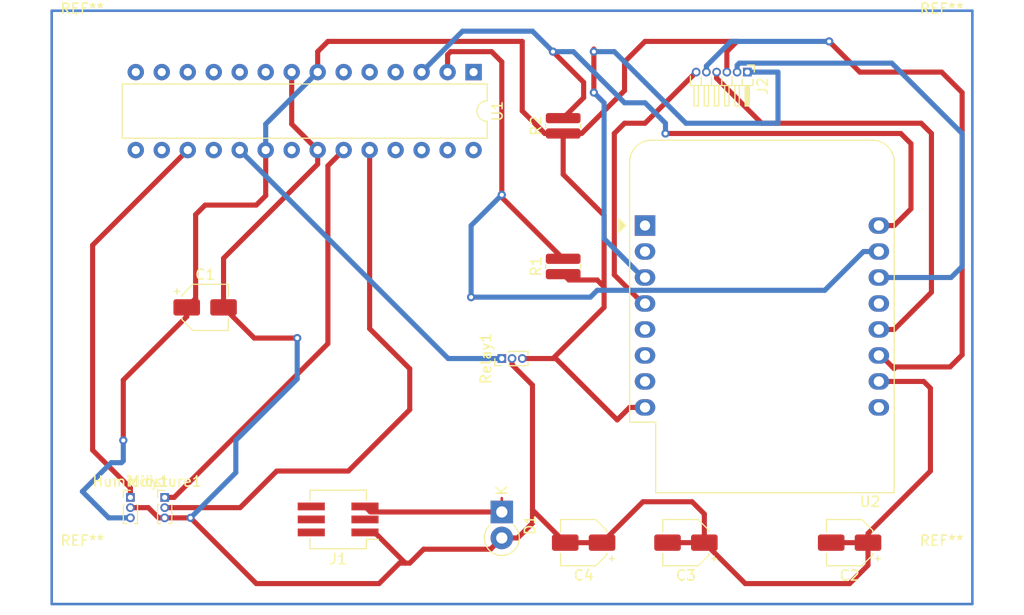
<source format=kicad_pcb>
(kicad_pcb (version 20171130) (host pcbnew "(5.1.4)-1")

  (general
    (thickness 1.6)
    (drawings 0)
    (tracks 209)
    (zones 0)
    (modules 18)
    (nets 40)
  )

  (page A4)
  (layers
    (0 F.Cu signal)
    (31 B.Cu signal)
    (32 B.Adhes user)
    (33 F.Adhes user)
    (34 B.Paste user)
    (35 F.Paste user)
    (36 B.SilkS user)
    (37 F.SilkS user)
    (38 B.Mask user)
    (39 F.Mask user)
    (40 Dwgs.User user)
    (41 Cmts.User user)
    (42 Eco1.User user)
    (43 Eco2.User user)
    (44 Edge.Cuts user)
    (45 Margin user)
    (46 B.CrtYd user)
    (47 F.CrtYd user)
    (48 B.Fab user)
    (49 F.Fab user)
  )

  (setup
    (last_trace_width 0.5)
    (user_trace_width 0.5)
    (trace_clearance 0.2)
    (zone_clearance 0.508)
    (zone_45_only no)
    (trace_min 0.2)
    (via_size 0.8)
    (via_drill 0.4)
    (via_min_size 0.4)
    (via_min_drill 0.3)
    (uvia_size 0.3)
    (uvia_drill 0.1)
    (uvias_allowed no)
    (uvia_min_size 0.2)
    (uvia_min_drill 0.1)
    (edge_width 0.05)
    (segment_width 0.2)
    (pcb_text_width 0.3)
    (pcb_text_size 1.5 1.5)
    (mod_edge_width 0.12)
    (mod_text_size 1 1)
    (mod_text_width 0.15)
    (pad_size 1.524 1.524)
    (pad_drill 0.762)
    (pad_to_mask_clearance 0.051)
    (solder_mask_min_width 0.25)
    (aux_axis_origin 190 35)
    (visible_elements 7FFFFFFF)
    (pcbplotparams
      (layerselection 0x010fc_ffffffff)
      (usegerberextensions false)
      (usegerberattributes false)
      (usegerberadvancedattributes false)
      (creategerberjobfile false)
      (excludeedgelayer true)
      (linewidth 0.100000)
      (plotframeref false)
      (viasonmask false)
      (mode 1)
      (useauxorigin false)
      (hpglpennumber 1)
      (hpglpenspeed 20)
      (hpglpendiameter 15.000000)
      (psnegative false)
      (psa4output false)
      (plotreference true)
      (plotvalue true)
      (plotinvisibletext false)
      (padsonsilk false)
      (subtractmaskfromsilk false)
      (outputformat 1)
      (mirror false)
      (drillshape 1)
      (scaleselection 1)
      (outputdirectory ""))
  )

  (net 0 "")
  (net 1 "Net-(U1-Pad28)")
  (net 2 "Net-(U1-Pad14)")
  (net 3 "Net-(U1-Pad27)")
  (net 4 "Net-(U1-Pad13)")
  (net 5 "Net-(U1-Pad26)")
  (net 6 "Net-(U1-Pad12)")
  (net 7 "Net-(U1-Pad25)")
  (net 8 "Net-(U1-Pad11)")
  (net 9 "Net-(Moisture1-Pad2)")
  (net 10 "Net-(U1-Pad10)")
  (net 11 "Net-(Moisture1-Pad1)")
  (net 12 "Net-(U1-Pad9)")
  (net 13 +5V)
  (net 14 "Net-(U1-Pad21)")
  (net 15 VCC)
  (net 16 "Net-(U1-Pad6)")
  (net 17 "Net-(Relay1-Pad1)")
  (net 18 "Net-(U1-Pad5)")
  (net 19 "Net-(U1-Pad18)")
  (net 20 "Net-(U1-Pad4)")
  (net 21 "Net-(Humidity1-Pad1)")
  (net 22 "Net-(R2-Pad2)")
  (net 23 "Net-(U1-Pad16)")
  (net 24 "Net-(R1-Pad2)")
  (net 25 "Net-(U1-Pad15)")
  (net 26 "Net-(U1-Pad1)")
  (net 27 "Net-(J2-Pad2)")
  (net 28 "Net-(U2-Pad13)")
  (net 29 "Net-(J2-Pad4)")
  (net 30 "Net-(J2-Pad5)")
  (net 31 "Net-(U2-Pad9)")
  (net 32 "Net-(U2-Pad7)")
  (net 33 "Net-(U2-Pad6)")
  (net 34 "Net-(U2-Pad5)")
  (net 35 "Net-(J2-Pad6)")
  (net 36 "Net-(J2-Pad1)")
  (net 37 "Net-(U2-Pad1)")
  (net 38 "Net-(U2-Pad2)")
  (net 39 "Net-(D1-Pad1)")

  (net_class Default "This is the default net class."
    (clearance 0.2)
    (trace_width 0.25)
    (via_dia 0.8)
    (via_drill 0.4)
    (uvia_dia 0.3)
    (uvia_drill 0.1)
    (add_net +5V)
    (add_net "Net-(D1-Pad1)")
    (add_net "Net-(Humidity1-Pad1)")
    (add_net "Net-(J2-Pad1)")
    (add_net "Net-(J2-Pad2)")
    (add_net "Net-(J2-Pad4)")
    (add_net "Net-(J2-Pad5)")
    (add_net "Net-(J2-Pad6)")
    (add_net "Net-(Moisture1-Pad1)")
    (add_net "Net-(Moisture1-Pad2)")
    (add_net "Net-(R1-Pad2)")
    (add_net "Net-(R2-Pad2)")
    (add_net "Net-(Relay1-Pad1)")
    (add_net "Net-(U1-Pad1)")
    (add_net "Net-(U1-Pad10)")
    (add_net "Net-(U1-Pad11)")
    (add_net "Net-(U1-Pad12)")
    (add_net "Net-(U1-Pad13)")
    (add_net "Net-(U1-Pad14)")
    (add_net "Net-(U1-Pad15)")
    (add_net "Net-(U1-Pad16)")
    (add_net "Net-(U1-Pad18)")
    (add_net "Net-(U1-Pad21)")
    (add_net "Net-(U1-Pad25)")
    (add_net "Net-(U1-Pad26)")
    (add_net "Net-(U1-Pad27)")
    (add_net "Net-(U1-Pad28)")
    (add_net "Net-(U1-Pad4)")
    (add_net "Net-(U1-Pad5)")
    (add_net "Net-(U1-Pad6)")
    (add_net "Net-(U1-Pad9)")
    (add_net "Net-(U2-Pad1)")
    (add_net "Net-(U2-Pad13)")
    (add_net "Net-(U2-Pad2)")
    (add_net "Net-(U2-Pad5)")
    (add_net "Net-(U2-Pad6)")
    (add_net "Net-(U2-Pad7)")
    (add_net "Net-(U2-Pad9)")
    (add_net VCC)
  )

  (module MountingHole:MountingHole_2.1mm (layer F.Cu) (tedit 5B924765) (tstamp 61340D76)
    (at 167 95)
    (descr "Mounting Hole 2.1mm, no annular")
    (tags "mounting hole 2.1mm no annular")
    (attr virtual)
    (fp_text reference REF** (at 0 -3.2) (layer F.SilkS)
      (effects (font (size 1 1) (thickness 0.15)))
    )
    (fp_text value MountingHole_2.1mm (at 0 3.2) (layer F.Fab)
      (effects (font (size 1 1) (thickness 0.15)))
    )
    (fp_circle (center 0 0) (end 2.35 0) (layer F.CrtYd) (width 0.05))
    (fp_circle (center 0 0) (end 2.1 0) (layer Cmts.User) (width 0.15))
    (fp_text user %R (at 0.3 0) (layer F.Fab)
      (effects (font (size 1 1) (thickness 0.15)))
    )
    (pad "" np_thru_hole circle (at 0 0) (size 2.1 2.1) (drill 2.1) (layers *.Cu *.Mask))
  )

  (module MountingHole:MountingHole_2.1mm (layer F.Cu) (tedit 5B924765) (tstamp 61340D3C)
    (at 83 43)
    (descr "Mounting Hole 2.1mm, no annular")
    (tags "mounting hole 2.1mm no annular")
    (attr virtual)
    (fp_text reference REF** (at 0 -3.2) (layer F.SilkS)
      (effects (font (size 1 1) (thickness 0.15)))
    )
    (fp_text value MountingHole_2.1mm (at 0 3.2) (layer F.Fab)
      (effects (font (size 1 1) (thickness 0.15)))
    )
    (fp_circle (center 0 0) (end 2.35 0) (layer F.CrtYd) (width 0.05))
    (fp_circle (center 0 0) (end 2.1 0) (layer Cmts.User) (width 0.15))
    (fp_text user %R (at 0.3 0) (layer F.Fab)
      (effects (font (size 1 1) (thickness 0.15)))
    )
    (pad "" np_thru_hole circle (at 0 0) (size 2.1 2.1) (drill 2.1) (layers *.Cu *.Mask))
  )

  (module MountingHole:MountingHole_2.1mm (layer F.Cu) (tedit 5B924765) (tstamp 61340CF2)
    (at 83 95)
    (descr "Mounting Hole 2.1mm, no annular")
    (tags "mounting hole 2.1mm no annular")
    (attr virtual)
    (fp_text reference REF** (at 0 -3.2) (layer F.SilkS)
      (effects (font (size 1 1) (thickness 0.15)))
    )
    (fp_text value MountingHole_2.1mm (at 0 3.2) (layer F.Fab)
      (effects (font (size 1 1) (thickness 0.15)))
    )
    (fp_circle (center 0 0) (end 2.35 0) (layer F.CrtYd) (width 0.05))
    (fp_circle (center 0 0) (end 2.1 0) (layer Cmts.User) (width 0.15))
    (fp_text user %R (at 0.3 0) (layer F.Fab)
      (effects (font (size 1 1) (thickness 0.15)))
    )
    (pad "" np_thru_hole circle (at 0 0) (size 2.1 2.1) (drill 2.1) (layers *.Cu *.Mask))
  )

  (module MountingHole:MountingHole_2.1mm (layer F.Cu) (tedit 5B924765) (tstamp 61340C6C)
    (at 167 43)
    (descr "Mounting Hole 2.1mm, no annular")
    (tags "mounting hole 2.1mm no annular")
    (attr virtual)
    (fp_text reference REF** (at 0 -3.2) (layer F.SilkS)
      (effects (font (size 1 1) (thickness 0.15)))
    )
    (fp_text value MountingHole_2.1mm (at 0 3.2) (layer F.Fab)
      (effects (font (size 1 1) (thickness 0.15)))
    )
    (fp_circle (center 0 0) (end 2.35 0) (layer F.CrtYd) (width 0.05))
    (fp_circle (center 0 0) (end 2.1 0) (layer Cmts.User) (width 0.15))
    (fp_text user %R (at 0.3 0) (layer F.Fab)
      (effects (font (size 1 1) (thickness 0.15)))
    )
    (pad "" np_thru_hole circle (at 0 0) (size 2.1 2.1) (drill 2.1) (layers *.Cu *.Mask))
  )

  (module Diode_THT:D_DO-41_SOD81_P2.54mm_Vertical_KathodeUp (layer F.Cu) (tedit 5AE50CD5) (tstamp 613168BD)
    (at 124 89 270)
    (descr "Diode, DO-41_SOD81 series, Axial, Vertical, pin pitch=2.54mm, , length*diameter=5.2*2.7mm^2, , http://www.diodes.com/_files/packages/DO-41%20(Plastic).pdf")
    (tags "Diode DO-41_SOD81 series Axial Vertical pin pitch 2.54mm  length 5.2mm diameter 2.7mm")
    (path /6126F798)
    (fp_text reference D1 (at 1.27 -2.750635 90) (layer F.SilkS)
      (effects (font (size 1 1) (thickness 0.15)))
    )
    (fp_text value DIODE (at 1.27 3.639635 90) (layer F.Fab)
      (effects (font (size 1 1) (thickness 0.15)))
    )
    (fp_text user K (at -2.1 0 90) (layer F.SilkS)
      (effects (font (size 1 1) (thickness 0.15)))
    )
    (fp_text user K (at -2.1 0 90) (layer F.Fab)
      (effects (font (size 1 1) (thickness 0.15)))
    )
    (fp_text user %R (at 1.27 -2.750635 90) (layer F.Fab)
      (effects (font (size 1 1) (thickness 0.15)))
    )
    (fp_line (start 4.15 -1.6) (end -1.35 -1.6) (layer F.CrtYd) (width 0.05))
    (fp_line (start 4.15 1.6) (end 4.15 -1.6) (layer F.CrtYd) (width 0.05))
    (fp_line (start -1.35 1.6) (end 4.15 1.6) (layer F.CrtYd) (width 0.05))
    (fp_line (start -1.35 -1.6) (end -1.35 1.6) (layer F.CrtYd) (width 0.05))
    (fp_line (start 0 0) (end 2.54 0) (layer F.Fab) (width 0.1))
    (fp_circle (center 2.54 0) (end 3.89 0) (layer F.Fab) (width 0.1))
    (fp_arc (start 2.54 0) (end 1.228847 -1.1) (angle 276.998058) (layer F.SilkS) (width 0.12))
    (pad 2 thru_hole oval (at 2.54 0 270) (size 2.2 2.2) (drill 1.1) (layers *.Cu *.Mask)
      (net 13 +5V))
    (pad 1 thru_hole rect (at 0 0 270) (size 2.2 2.2) (drill 1.1) (layers *.Cu *.Mask)
      (net 39 "Net-(D1-Pad1)"))
    (model ${KISYS3DMOD}/Diode_THT.3dshapes/D_DO-41_SOD81_P2.54mm_Vertical_KathodeUp.wrl
      (at (xyz 0 0 0))
      (scale (xyz 1 1 1))
      (rotate (xyz 0 0 0))
    )
  )

  (module Button_Switch_SMD:SW_DIP_SPSTx03_Slide_KingTek_DSHP03TJ_W5.25mm_P1.27mm_JPin (layer F.Cu) (tedit 5A508D3F) (tstamp 613168F0)
    (at 108 89.73 180)
    (descr "SMD 3x-dip-switch SPST KingTek_DSHP03TJ, Slide, row spacing 5.25 mm (206 mils), body size  (see http://www.kingtek.net.cn/pic/201601201446313350.pdf), JPin")
    (tags "SMD DIP Switch SPST Slide 5.25mm 206mil JPin")
    (path /6126E4F6)
    (attr smd)
    (fp_text reference J1 (at 0 -3.865) (layer F.SilkS)
      (effects (font (size 1 1) (thickness 0.15)))
    )
    (fp_text value Barrel_Jack_Switch (at 0 3.865) (layer F.Fab)
      (effects (font (size 1 1) (thickness 0.15)))
    )
    (fp_text user on (at 0.5375 -2.2375) (layer F.Fab)
      (effects (font (size 0.8 0.8) (thickness 0.12)))
    )
    (fp_text user %R (at 1.85 0 90) (layer F.Fab)
      (effects (font (size 0.8 0.8) (thickness 0.12)))
    )
    (fp_line (start 4.2 -3.15) (end -4.2 -3.15) (layer F.CrtYd) (width 0.05))
    (fp_line (start 4.2 3.15) (end 4.2 -3.15) (layer F.CrtYd) (width 0.05))
    (fp_line (start -4.2 3.15) (end 4.2 3.15) (layer F.CrtYd) (width 0.05))
    (fp_line (start -4.2 -3.15) (end -4.2 3.15) (layer F.CrtYd) (width 0.05))
    (fp_line (start 2.76 1.89) (end 2.76 2.866) (layer F.SilkS) (width 0.12))
    (fp_line (start -2.761 1.89) (end -2.761 2.866) (layer F.SilkS) (width 0.12))
    (fp_line (start 2.76 -2.865) (end 2.76 -1.89) (layer F.SilkS) (width 0.12))
    (fp_line (start -2.761 -2.865) (end 2.76 -2.865) (layer F.SilkS) (width 0.12))
    (fp_line (start -2.761 -2.865) (end -2.761 -1.95) (layer F.SilkS) (width 0.12))
    (fp_line (start -3.951 -1.95) (end -2.761 -1.95) (layer F.SilkS) (width 0.12))
    (fp_line (start -2.761 2.866) (end 2.76 2.866) (layer F.SilkS) (width 0.12))
    (fp_line (start -0.333333 0.87) (end -0.333333 1.67) (layer F.Fab) (width 0.1))
    (fp_line (start -1 1.57) (end -0.333333 1.57) (layer F.Fab) (width 0.1))
    (fp_line (start -1 1.47) (end -0.333333 1.47) (layer F.Fab) (width 0.1))
    (fp_line (start -1 1.37) (end -0.333333 1.37) (layer F.Fab) (width 0.1))
    (fp_line (start -1 1.27) (end -0.333333 1.27) (layer F.Fab) (width 0.1))
    (fp_line (start -1 1.17) (end -0.333333 1.17) (layer F.Fab) (width 0.1))
    (fp_line (start -1 1.07) (end -0.333333 1.07) (layer F.Fab) (width 0.1))
    (fp_line (start -1 0.97) (end -0.333333 0.97) (layer F.Fab) (width 0.1))
    (fp_line (start 1 0.87) (end -1 0.87) (layer F.Fab) (width 0.1))
    (fp_line (start 1 1.67) (end 1 0.87) (layer F.Fab) (width 0.1))
    (fp_line (start -1 1.67) (end 1 1.67) (layer F.Fab) (width 0.1))
    (fp_line (start -1 0.87) (end -1 1.67) (layer F.Fab) (width 0.1))
    (fp_line (start -0.333333 -0.4) (end -0.333333 0.4) (layer F.Fab) (width 0.1))
    (fp_line (start -1 0.3) (end -0.333333 0.3) (layer F.Fab) (width 0.1))
    (fp_line (start -1 0.2) (end -0.333333 0.2) (layer F.Fab) (width 0.1))
    (fp_line (start -1 0.1) (end -0.333333 0.1) (layer F.Fab) (width 0.1))
    (fp_line (start -1 0) (end -0.333333 0) (layer F.Fab) (width 0.1))
    (fp_line (start -1 -0.1) (end -0.333333 -0.1) (layer F.Fab) (width 0.1))
    (fp_line (start -1 -0.2) (end -0.333333 -0.2) (layer F.Fab) (width 0.1))
    (fp_line (start -1 -0.3) (end -0.333333 -0.3) (layer F.Fab) (width 0.1))
    (fp_line (start 1 -0.4) (end -1 -0.4) (layer F.Fab) (width 0.1))
    (fp_line (start 1 0.4) (end 1 -0.4) (layer F.Fab) (width 0.1))
    (fp_line (start -1 0.4) (end 1 0.4) (layer F.Fab) (width 0.1))
    (fp_line (start -1 -0.4) (end -1 0.4) (layer F.Fab) (width 0.1))
    (fp_line (start -0.333333 -1.67) (end -0.333333 -0.87) (layer F.Fab) (width 0.1))
    (fp_line (start -1 -0.97) (end -0.333333 -0.97) (layer F.Fab) (width 0.1))
    (fp_line (start -1 -1.07) (end -0.333333 -1.07) (layer F.Fab) (width 0.1))
    (fp_line (start -1 -1.17) (end -0.333333 -1.17) (layer F.Fab) (width 0.1))
    (fp_line (start -1 -1.27) (end -0.333333 -1.27) (layer F.Fab) (width 0.1))
    (fp_line (start -1 -1.37) (end -0.333333 -1.37) (layer F.Fab) (width 0.1))
    (fp_line (start -1 -1.47) (end -0.333333 -1.47) (layer F.Fab) (width 0.1))
    (fp_line (start -1 -1.57) (end -0.333333 -1.57) (layer F.Fab) (width 0.1))
    (fp_line (start 1 -1.67) (end -1 -1.67) (layer F.Fab) (width 0.1))
    (fp_line (start 1 -0.87) (end 1 -1.67) (layer F.Fab) (width 0.1))
    (fp_line (start -1 -0.87) (end 1 -0.87) (layer F.Fab) (width 0.1))
    (fp_line (start -1 -1.67) (end -1 -0.87) (layer F.Fab) (width 0.1))
    (fp_line (start -2.7 -1.805) (end -1.7 -2.805) (layer F.Fab) (width 0.1))
    (fp_line (start -2.7 2.805) (end -2.7 -1.805) (layer F.Fab) (width 0.1))
    (fp_line (start 2.7 2.805) (end -2.7 2.805) (layer F.Fab) (width 0.1))
    (fp_line (start 2.7 -2.805) (end 2.7 2.805) (layer F.Fab) (width 0.1))
    (fp_line (start -1.7 -2.805) (end 2.7 -2.805) (layer F.Fab) (width 0.1))
    (pad 6 smd rect (at 2.625 -1.27 180) (size 2.65 0.76) (layers F.Cu F.Paste F.Mask))
    (pad 3 smd rect (at -2.625 1.27 180) (size 2.65 0.76) (layers F.Cu F.Paste F.Mask)
      (net 39 "Net-(D1-Pad1)"))
    (pad 5 smd rect (at 2.625 0 180) (size 2.65 0.76) (layers F.Cu F.Paste F.Mask))
    (pad 2 smd rect (at -2.625 0 180) (size 2.65 0.76) (layers F.Cu F.Paste F.Mask)
      (net 39 "Net-(D1-Pad1)"))
    (pad 4 smd rect (at 2.625 1.27 180) (size 2.65 0.76) (layers F.Cu F.Paste F.Mask))
    (pad 1 smd rect (at -2.625 -1.27 180) (size 2.65 0.76) (layers F.Cu F.Paste F.Mask)
      (net 13 +5V))
    (model ${KISYS3DMOD}/Button_Switch_SMD.3dshapes/SW_DIP_SPSTx03_Slide_KingTek_DSHP03TJ_W5.25mm_P1.27mm_JPin.wrl
      (at (xyz 0 0 0))
      (scale (xyz 1 1 1))
      (rotate (xyz 0 0 0))
    )
  )

  (module Connector_PinHeader_1.00mm:PinHeader_1x03_P1.00mm_Vertical (layer F.Cu) (tedit 59FED738) (tstamp 6131699B)
    (at 124 74 90)
    (descr "Through hole straight pin header, 1x03, 1.00mm pitch, single row")
    (tags "Through hole pin header THT 1x03 1.00mm single row")
    (path /61329E0F)
    (fp_text reference Relay1 (at 0 -1.56 90) (layer F.SilkS)
      (effects (font (size 1 1) (thickness 0.15)))
    )
    (fp_text value Conn_01x03 (at 0 3.56 90) (layer F.Fab)
      (effects (font (size 1 1) (thickness 0.15)))
    )
    (fp_text user %R (at 0 1) (layer F.Fab)
      (effects (font (size 0.76 0.76) (thickness 0.114)))
    )
    (fp_line (start 1.15 -1) (end -1.15 -1) (layer F.CrtYd) (width 0.05))
    (fp_line (start 1.15 3) (end 1.15 -1) (layer F.CrtYd) (width 0.05))
    (fp_line (start -1.15 3) (end 1.15 3) (layer F.CrtYd) (width 0.05))
    (fp_line (start -1.15 -1) (end -1.15 3) (layer F.CrtYd) (width 0.05))
    (fp_line (start -0.695 -0.685) (end 0 -0.685) (layer F.SilkS) (width 0.12))
    (fp_line (start -0.695 0) (end -0.695 -0.685) (layer F.SilkS) (width 0.12))
    (fp_line (start 0.608276 0.685) (end 0.695 0.685) (layer F.SilkS) (width 0.12))
    (fp_line (start -0.695 0.685) (end -0.608276 0.685) (layer F.SilkS) (width 0.12))
    (fp_line (start 0.695 0.685) (end 0.695 2.56) (layer F.SilkS) (width 0.12))
    (fp_line (start -0.695 0.685) (end -0.695 2.56) (layer F.SilkS) (width 0.12))
    (fp_line (start 0.394493 2.56) (end 0.695 2.56) (layer F.SilkS) (width 0.12))
    (fp_line (start -0.695 2.56) (end -0.394493 2.56) (layer F.SilkS) (width 0.12))
    (fp_line (start -0.635 -0.1825) (end -0.3175 -0.5) (layer F.Fab) (width 0.1))
    (fp_line (start -0.635 2.5) (end -0.635 -0.1825) (layer F.Fab) (width 0.1))
    (fp_line (start 0.635 2.5) (end -0.635 2.5) (layer F.Fab) (width 0.1))
    (fp_line (start 0.635 -0.5) (end 0.635 2.5) (layer F.Fab) (width 0.1))
    (fp_line (start -0.3175 -0.5) (end 0.635 -0.5) (layer F.Fab) (width 0.1))
    (pad 3 thru_hole oval (at 0 2 90) (size 0.85 0.85) (drill 0.5) (layers *.Cu *.Mask)
      (net 15 VCC))
    (pad 2 thru_hole oval (at 0 1 90) (size 0.85 0.85) (drill 0.5) (layers *.Cu *.Mask)
      (net 13 +5V))
    (pad 1 thru_hole rect (at 0 0 90) (size 0.85 0.85) (drill 0.5) (layers *.Cu *.Mask)
      (net 17 "Net-(Relay1-Pad1)"))
    (model ${KISYS3DMOD}/Connector_PinHeader_1.00mm.3dshapes/PinHeader_1x03_P1.00mm_Vertical.wrl
      (at (xyz 0 0 0))
      (scale (xyz 1 1 1))
      (rotate (xyz 0 0 0))
    )
  )

  (module Resistor_SMD:R_0612_1632Metric (layer F.Cu) (tedit 5B301BBD) (tstamp 61316982)
    (at 130 51.25 90)
    (descr "Resistor SMD 0612 (1632 Metric), square (rectangular) end terminal, IPC_7351 nominal, (Body size source: https://www.vishay.com/docs/20019/rcwe.pdf), generated with kicad-footprint-generator")
    (tags resistor)
    (path /61406420)
    (attr smd)
    (fp_text reference R2 (at 0 -2.65 90) (layer F.SilkS)
      (effects (font (size 1 1) (thickness 0.15)))
    )
    (fp_text value R (at 0 2.65 90) (layer F.Fab)
      (effects (font (size 1 1) (thickness 0.15)))
    )
    (fp_text user %R (at 0 0 90) (layer F.Fab)
      (effects (font (size 0.4 0.4) (thickness 0.06)))
    )
    (fp_line (start 1.5 1.95) (end -1.5 1.95) (layer F.CrtYd) (width 0.05))
    (fp_line (start 1.5 -1.95) (end 1.5 1.95) (layer F.CrtYd) (width 0.05))
    (fp_line (start -1.5 -1.95) (end 1.5 -1.95) (layer F.CrtYd) (width 0.05))
    (fp_line (start -1.5 1.95) (end -1.5 -1.95) (layer F.CrtYd) (width 0.05))
    (fp_line (start -0.182983 1.71) (end 0.182983 1.71) (layer F.SilkS) (width 0.12))
    (fp_line (start -0.182983 -1.71) (end 0.182983 -1.71) (layer F.SilkS) (width 0.12))
    (fp_line (start 0.8 1.6) (end -0.8 1.6) (layer F.Fab) (width 0.1))
    (fp_line (start 0.8 -1.6) (end 0.8 1.6) (layer F.Fab) (width 0.1))
    (fp_line (start -0.8 -1.6) (end 0.8 -1.6) (layer F.Fab) (width 0.1))
    (fp_line (start -0.8 1.6) (end -0.8 -1.6) (layer F.Fab) (width 0.1))
    (pad 2 smd roundrect (at 0.75 0 90) (size 1 3.4) (layers F.Cu F.Paste F.Mask) (roundrect_rratio 0.25)
      (net 22 "Net-(R2-Pad2)"))
    (pad 1 smd roundrect (at -0.75 0 90) (size 1 3.4) (layers F.Cu F.Paste F.Mask) (roundrect_rratio 0.25)
      (net 15 VCC))
    (model ${KISYS3DMOD}/Resistor_SMD.3dshapes/R_0612_1632Metric.wrl
      (at (xyz 0 0 0))
      (scale (xyz 1 1 1))
      (rotate (xyz 0 0 0))
    )
  )

  (module Resistor_SMD:R_0612_1632Metric (layer F.Cu) (tedit 5B301BBD) (tstamp 61316971)
    (at 130 65 90)
    (descr "Resistor SMD 0612 (1632 Metric), square (rectangular) end terminal, IPC_7351 nominal, (Body size source: https://www.vishay.com/docs/20019/rcwe.pdf), generated with kicad-footprint-generator")
    (tags resistor)
    (path /61405662)
    (attr smd)
    (fp_text reference R1 (at 0 -2.65 90) (layer F.SilkS)
      (effects (font (size 1 1) (thickness 0.15)))
    )
    (fp_text value R (at 0 2.65 90) (layer F.Fab)
      (effects (font (size 1 1) (thickness 0.15)))
    )
    (fp_text user %R (at 0 0 90) (layer F.Fab)
      (effects (font (size 0.4 0.4) (thickness 0.06)))
    )
    (fp_line (start 1.5 1.95) (end -1.5 1.95) (layer F.CrtYd) (width 0.05))
    (fp_line (start 1.5 -1.95) (end 1.5 1.95) (layer F.CrtYd) (width 0.05))
    (fp_line (start -1.5 -1.95) (end 1.5 -1.95) (layer F.CrtYd) (width 0.05))
    (fp_line (start -1.5 1.95) (end -1.5 -1.95) (layer F.CrtYd) (width 0.05))
    (fp_line (start -0.182983 1.71) (end 0.182983 1.71) (layer F.SilkS) (width 0.12))
    (fp_line (start -0.182983 -1.71) (end 0.182983 -1.71) (layer F.SilkS) (width 0.12))
    (fp_line (start 0.8 1.6) (end -0.8 1.6) (layer F.Fab) (width 0.1))
    (fp_line (start 0.8 -1.6) (end 0.8 1.6) (layer F.Fab) (width 0.1))
    (fp_line (start -0.8 -1.6) (end 0.8 -1.6) (layer F.Fab) (width 0.1))
    (fp_line (start -0.8 1.6) (end -0.8 -1.6) (layer F.Fab) (width 0.1))
    (pad 2 smd roundrect (at 0.75 0 90) (size 1 3.4) (layers F.Cu F.Paste F.Mask) (roundrect_rratio 0.25)
      (net 24 "Net-(R1-Pad2)"))
    (pad 1 smd roundrect (at -0.75 0 90) (size 1 3.4) (layers F.Cu F.Paste F.Mask) (roundrect_rratio 0.25)
      (net 15 VCC))
    (model ${KISYS3DMOD}/Resistor_SMD.3dshapes/R_0612_1632Metric.wrl
      (at (xyz 0 0 0))
      (scale (xyz 1 1 1))
      (rotate (xyz 0 0 0))
    )
  )

  (module Connector_PinHeader_1.00mm:PinHeader_1x03_P1.00mm_Vertical (layer F.Cu) (tedit 59FED738) (tstamp 61316960)
    (at 91.045001 87.575001)
    (descr "Through hole straight pin header, 1x03, 1.00mm pitch, single row")
    (tags "Through hole pin header THT 1x03 1.00mm single row")
    (path /61339102)
    (fp_text reference Moisture1 (at 0 -1.56) (layer F.SilkS)
      (effects (font (size 1 1) (thickness 0.15)))
    )
    (fp_text value Conn_01x04 (at 0 3.56) (layer F.Fab)
      (effects (font (size 1 1) (thickness 0.15)))
    )
    (fp_text user %R (at 0 1 90) (layer F.Fab)
      (effects (font (size 0.76 0.76) (thickness 0.114)))
    )
    (fp_line (start 1.15 -1) (end -1.15 -1) (layer F.CrtYd) (width 0.05))
    (fp_line (start 1.15 3) (end 1.15 -1) (layer F.CrtYd) (width 0.05))
    (fp_line (start -1.15 3) (end 1.15 3) (layer F.CrtYd) (width 0.05))
    (fp_line (start -1.15 -1) (end -1.15 3) (layer F.CrtYd) (width 0.05))
    (fp_line (start -0.695 -0.685) (end 0 -0.685) (layer F.SilkS) (width 0.12))
    (fp_line (start -0.695 0) (end -0.695 -0.685) (layer F.SilkS) (width 0.12))
    (fp_line (start 0.608276 0.685) (end 0.695 0.685) (layer F.SilkS) (width 0.12))
    (fp_line (start -0.695 0.685) (end -0.608276 0.685) (layer F.SilkS) (width 0.12))
    (fp_line (start 0.695 0.685) (end 0.695 2.56) (layer F.SilkS) (width 0.12))
    (fp_line (start -0.695 0.685) (end -0.695 2.56) (layer F.SilkS) (width 0.12))
    (fp_line (start 0.394493 2.56) (end 0.695 2.56) (layer F.SilkS) (width 0.12))
    (fp_line (start -0.695 2.56) (end -0.394493 2.56) (layer F.SilkS) (width 0.12))
    (fp_line (start -0.635 -0.1825) (end -0.3175 -0.5) (layer F.Fab) (width 0.1))
    (fp_line (start -0.635 2.5) (end -0.635 -0.1825) (layer F.Fab) (width 0.1))
    (fp_line (start 0.635 2.5) (end -0.635 2.5) (layer F.Fab) (width 0.1))
    (fp_line (start 0.635 -0.5) (end 0.635 2.5) (layer F.Fab) (width 0.1))
    (fp_line (start -0.3175 -0.5) (end 0.635 -0.5) (layer F.Fab) (width 0.1))
    (pad 3 thru_hole oval (at 0 2) (size 0.85 0.85) (drill 0.5) (layers *.Cu *.Mask)
      (net 13 +5V))
    (pad 2 thru_hole oval (at 0 1) (size 0.85 0.85) (drill 0.5) (layers *.Cu *.Mask)
      (net 9 "Net-(Moisture1-Pad2)"))
    (pad 1 thru_hole rect (at 0 0) (size 0.85 0.85) (drill 0.5) (layers *.Cu *.Mask)
      (net 11 "Net-(Moisture1-Pad1)"))
    (model ${KISYS3DMOD}/Connector_PinHeader_1.00mm.3dshapes/PinHeader_1x03_P1.00mm_Vertical.wrl
      (at (xyz 0 0 0))
      (scale (xyz 1 1 1))
      (rotate (xyz 0 0 0))
    )
  )

  (module Connector_PinHeader_1.00mm:PinHeader_1x06_P1.00mm_Horizontal (layer F.Cu) (tedit 59FED737) (tstamp 61316947)
    (at 148 46 270)
    (descr "Through hole angled pin header, 1x06, 1.00mm pitch, 2.0mm pin length, single row")
    (tags "Through hole angled pin header THT 1x06 1.00mm single row")
    (path /613C8E06)
    (fp_text reference J2 (at 1.375 -1.5 90) (layer F.SilkS)
      (effects (font (size 1 1) (thickness 0.15)))
    )
    (fp_text value Bluetooth (at 1.375 6.5 90) (layer F.Fab)
      (effects (font (size 1 1) (thickness 0.15)))
    )
    (fp_text user %R (at 0.75 2.5) (layer F.Fab)
      (effects (font (size 0.6 0.6) (thickness 0.09)))
    )
    (fp_line (start 3.75 -1) (end -1 -1) (layer F.CrtYd) (width 0.05))
    (fp_line (start 3.75 6) (end 3.75 -1) (layer F.CrtYd) (width 0.05))
    (fp_line (start -1 6) (end 3.75 6) (layer F.CrtYd) (width 0.05))
    (fp_line (start -1 -1) (end -1 6) (layer F.CrtYd) (width 0.05))
    (fp_line (start -0.685 -0.685) (end 0 -0.685) (layer F.SilkS) (width 0.12))
    (fp_line (start -0.685 0) (end -0.685 -0.685) (layer F.SilkS) (width 0.12))
    (fp_line (start 3.31 5.21) (end 1.31 5.21) (layer F.SilkS) (width 0.12))
    (fp_line (start 3.31 4.79) (end 3.31 5.21) (layer F.SilkS) (width 0.12))
    (fp_line (start 1.31 4.79) (end 3.31 4.79) (layer F.SilkS) (width 0.12))
    (fp_line (start 0.468215 4.5) (end 1.31 4.5) (layer F.SilkS) (width 0.12))
    (fp_line (start 3.31 4.21) (end 1.31 4.21) (layer F.SilkS) (width 0.12))
    (fp_line (start 3.31 3.79) (end 3.31 4.21) (layer F.SilkS) (width 0.12))
    (fp_line (start 1.31 3.79) (end 3.31 3.79) (layer F.SilkS) (width 0.12))
    (fp_line (start 0.468215 3.5) (end 1.31 3.5) (layer F.SilkS) (width 0.12))
    (fp_line (start 3.31 3.21) (end 1.31 3.21) (layer F.SilkS) (width 0.12))
    (fp_line (start 3.31 2.79) (end 3.31 3.21) (layer F.SilkS) (width 0.12))
    (fp_line (start 1.31 2.79) (end 3.31 2.79) (layer F.SilkS) (width 0.12))
    (fp_line (start 0.468215 2.5) (end 1.31 2.5) (layer F.SilkS) (width 0.12))
    (fp_line (start 3.31 2.21) (end 1.31 2.21) (layer F.SilkS) (width 0.12))
    (fp_line (start 3.31 1.79) (end 3.31 2.21) (layer F.SilkS) (width 0.12))
    (fp_line (start 1.31 1.79) (end 3.31 1.79) (layer F.SilkS) (width 0.12))
    (fp_line (start 0.468215 1.5) (end 1.31 1.5) (layer F.SilkS) (width 0.12))
    (fp_line (start 3.31 1.21) (end 1.31 1.21) (layer F.SilkS) (width 0.12))
    (fp_line (start 3.31 0.79) (end 3.31 1.21) (layer F.SilkS) (width 0.12))
    (fp_line (start 1.31 0.79) (end 3.31 0.79) (layer F.SilkS) (width 0.12))
    (fp_line (start 0.685 0.5) (end 1.31 0.5) (layer F.SilkS) (width 0.12))
    (fp_line (start 1.31 0.09) (end 3.31 0.09) (layer F.SilkS) (width 0.12))
    (fp_line (start 1.31 -0.03) (end 3.31 -0.03) (layer F.SilkS) (width 0.12))
    (fp_line (start 1.31 -0.15) (end 3.31 -0.15) (layer F.SilkS) (width 0.12))
    (fp_line (start 3.31 0.21) (end 1.31 0.21) (layer F.SilkS) (width 0.12))
    (fp_line (start 3.31 -0.21) (end 3.31 0.21) (layer F.SilkS) (width 0.12))
    (fp_line (start 1.31 -0.21) (end 3.31 -0.21) (layer F.SilkS) (width 0.12))
    (fp_line (start 1.31 5.56) (end 0.394493 5.56) (layer F.SilkS) (width 0.12))
    (fp_line (start 1.31 -0.56) (end 1.31 5.56) (layer F.SilkS) (width 0.12))
    (fp_line (start 0.685 -0.56) (end 1.31 -0.56) (layer F.SilkS) (width 0.12))
    (fp_line (start 1.25 5.15) (end 3.25 5.15) (layer F.Fab) (width 0.1))
    (fp_line (start 3.25 4.85) (end 3.25 5.15) (layer F.Fab) (width 0.1))
    (fp_line (start 1.25 4.85) (end 3.25 4.85) (layer F.Fab) (width 0.1))
    (fp_line (start -0.15 5.15) (end 0.25 5.15) (layer F.Fab) (width 0.1))
    (fp_line (start -0.15 4.85) (end -0.15 5.15) (layer F.Fab) (width 0.1))
    (fp_line (start -0.15 4.85) (end 0.25 4.85) (layer F.Fab) (width 0.1))
    (fp_line (start 1.25 4.15) (end 3.25 4.15) (layer F.Fab) (width 0.1))
    (fp_line (start 3.25 3.85) (end 3.25 4.15) (layer F.Fab) (width 0.1))
    (fp_line (start 1.25 3.85) (end 3.25 3.85) (layer F.Fab) (width 0.1))
    (fp_line (start -0.15 4.15) (end 0.25 4.15) (layer F.Fab) (width 0.1))
    (fp_line (start -0.15 3.85) (end -0.15 4.15) (layer F.Fab) (width 0.1))
    (fp_line (start -0.15 3.85) (end 0.25 3.85) (layer F.Fab) (width 0.1))
    (fp_line (start 1.25 3.15) (end 3.25 3.15) (layer F.Fab) (width 0.1))
    (fp_line (start 3.25 2.85) (end 3.25 3.15) (layer F.Fab) (width 0.1))
    (fp_line (start 1.25 2.85) (end 3.25 2.85) (layer F.Fab) (width 0.1))
    (fp_line (start -0.15 3.15) (end 0.25 3.15) (layer F.Fab) (width 0.1))
    (fp_line (start -0.15 2.85) (end -0.15 3.15) (layer F.Fab) (width 0.1))
    (fp_line (start -0.15 2.85) (end 0.25 2.85) (layer F.Fab) (width 0.1))
    (fp_line (start 1.25 2.15) (end 3.25 2.15) (layer F.Fab) (width 0.1))
    (fp_line (start 3.25 1.85) (end 3.25 2.15) (layer F.Fab) (width 0.1))
    (fp_line (start 1.25 1.85) (end 3.25 1.85) (layer F.Fab) (width 0.1))
    (fp_line (start -0.15 2.15) (end 0.25 2.15) (layer F.Fab) (width 0.1))
    (fp_line (start -0.15 1.85) (end -0.15 2.15) (layer F.Fab) (width 0.1))
    (fp_line (start -0.15 1.85) (end 0.25 1.85) (layer F.Fab) (width 0.1))
    (fp_line (start 1.25 1.15) (end 3.25 1.15) (layer F.Fab) (width 0.1))
    (fp_line (start 3.25 0.85) (end 3.25 1.15) (layer F.Fab) (width 0.1))
    (fp_line (start 1.25 0.85) (end 3.25 0.85) (layer F.Fab) (width 0.1))
    (fp_line (start -0.15 1.15) (end 0.25 1.15) (layer F.Fab) (width 0.1))
    (fp_line (start -0.15 0.85) (end -0.15 1.15) (layer F.Fab) (width 0.1))
    (fp_line (start -0.15 0.85) (end 0.25 0.85) (layer F.Fab) (width 0.1))
    (fp_line (start 1.25 0.15) (end 3.25 0.15) (layer F.Fab) (width 0.1))
    (fp_line (start 3.25 -0.15) (end 3.25 0.15) (layer F.Fab) (width 0.1))
    (fp_line (start 1.25 -0.15) (end 3.25 -0.15) (layer F.Fab) (width 0.1))
    (fp_line (start -0.15 0.15) (end 0.25 0.15) (layer F.Fab) (width 0.1))
    (fp_line (start -0.15 -0.15) (end -0.15 0.15) (layer F.Fab) (width 0.1))
    (fp_line (start -0.15 -0.15) (end 0.25 -0.15) (layer F.Fab) (width 0.1))
    (fp_line (start 0.25 -0.25) (end 0.5 -0.5) (layer F.Fab) (width 0.1))
    (fp_line (start 0.25 5.5) (end 0.25 -0.25) (layer F.Fab) (width 0.1))
    (fp_line (start 1.25 5.5) (end 0.25 5.5) (layer F.Fab) (width 0.1))
    (fp_line (start 1.25 -0.5) (end 1.25 5.5) (layer F.Fab) (width 0.1))
    (fp_line (start 0.5 -0.5) (end 1.25 -0.5) (layer F.Fab) (width 0.1))
    (pad 6 thru_hole oval (at 0 5 270) (size 0.85 0.85) (drill 0.5) (layers *.Cu *.Mask)
      (net 35 "Net-(J2-Pad6)"))
    (pad 5 thru_hole oval (at 0 4 270) (size 0.85 0.85) (drill 0.5) (layers *.Cu *.Mask)
      (net 30 "Net-(J2-Pad5)"))
    (pad 4 thru_hole oval (at 0 3 270) (size 0.85 0.85) (drill 0.5) (layers *.Cu *.Mask)
      (net 29 "Net-(J2-Pad4)"))
    (pad 3 thru_hole oval (at 0 2 270) (size 0.85 0.85) (drill 0.5) (layers *.Cu *.Mask)
      (net 15 VCC))
    (pad 2 thru_hole oval (at 0 1 270) (size 0.85 0.85) (drill 0.5) (layers *.Cu *.Mask)
      (net 27 "Net-(J2-Pad2)"))
    (pad 1 thru_hole rect (at 0 0 270) (size 0.85 0.85) (drill 0.5) (layers *.Cu *.Mask)
      (net 36 "Net-(J2-Pad1)"))
    (model ${KISYS3DMOD}/Connector_PinHeader_1.00mm.3dshapes/PinHeader_1x06_P1.00mm_Horizontal.wrl
      (at (xyz 0 0 0))
      (scale (xyz 1 1 1))
      (rotate (xyz 0 0 0))
    )
  )

  (module Connector_PinHeader_1.00mm:PinHeader_1x03_P1.00mm_Vertical (layer F.Cu) (tedit 59FED738) (tstamp 613168D6)
    (at 87.695001 87.575001)
    (descr "Through hole straight pin header, 1x03, 1.00mm pitch, single row")
    (tags "Through hole pin header THT 1x03 1.00mm single row")
    (path /613295E3)
    (fp_text reference Humidity1 (at 0 -1.56) (layer F.SilkS)
      (effects (font (size 1 1) (thickness 0.15)))
    )
    (fp_text value Conn_01x03 (at 0 3.56) (layer F.Fab)
      (effects (font (size 1 1) (thickness 0.15)))
    )
    (fp_text user %R (at 0 1 90) (layer F.Fab)
      (effects (font (size 0.76 0.76) (thickness 0.114)))
    )
    (fp_line (start 1.15 -1) (end -1.15 -1) (layer F.CrtYd) (width 0.05))
    (fp_line (start 1.15 3) (end 1.15 -1) (layer F.CrtYd) (width 0.05))
    (fp_line (start -1.15 3) (end 1.15 3) (layer F.CrtYd) (width 0.05))
    (fp_line (start -1.15 -1) (end -1.15 3) (layer F.CrtYd) (width 0.05))
    (fp_line (start -0.695 -0.685) (end 0 -0.685) (layer F.SilkS) (width 0.12))
    (fp_line (start -0.695 0) (end -0.695 -0.685) (layer F.SilkS) (width 0.12))
    (fp_line (start 0.608276 0.685) (end 0.695 0.685) (layer F.SilkS) (width 0.12))
    (fp_line (start -0.695 0.685) (end -0.608276 0.685) (layer F.SilkS) (width 0.12))
    (fp_line (start 0.695 0.685) (end 0.695 2.56) (layer F.SilkS) (width 0.12))
    (fp_line (start -0.695 0.685) (end -0.695 2.56) (layer F.SilkS) (width 0.12))
    (fp_line (start 0.394493 2.56) (end 0.695 2.56) (layer F.SilkS) (width 0.12))
    (fp_line (start -0.695 2.56) (end -0.394493 2.56) (layer F.SilkS) (width 0.12))
    (fp_line (start -0.635 -0.1825) (end -0.3175 -0.5) (layer F.Fab) (width 0.1))
    (fp_line (start -0.635 2.5) (end -0.635 -0.1825) (layer F.Fab) (width 0.1))
    (fp_line (start 0.635 2.5) (end -0.635 2.5) (layer F.Fab) (width 0.1))
    (fp_line (start 0.635 -0.5) (end 0.635 2.5) (layer F.Fab) (width 0.1))
    (fp_line (start -0.3175 -0.5) (end 0.635 -0.5) (layer F.Fab) (width 0.1))
    (pad 3 thru_hole oval (at 0 2) (size 0.85 0.85) (drill 0.5) (layers *.Cu *.Mask)
      (net 15 VCC))
    (pad 2 thru_hole oval (at 0 1) (size 0.85 0.85) (drill 0.5) (layers *.Cu *.Mask)
      (net 13 +5V))
    (pad 1 thru_hole rect (at 0 0) (size 0.85 0.85) (drill 0.5) (layers *.Cu *.Mask)
      (net 21 "Net-(Humidity1-Pad1)"))
    (model ${KISYS3DMOD}/Connector_PinHeader_1.00mm.3dshapes/PinHeader_1x03_P1.00mm_Vertical.wrl
      (at (xyz 0 0 0))
      (scale (xyz 1 1 1))
      (rotate (xyz 0 0 0))
    )
  )

  (module Capacitor_SMD:CP_Elec_4x3.9 (layer F.Cu) (tedit 5BCA39CF) (tstamp 6131689E)
    (at 132 92 180)
    (descr "SMD capacitor, aluminum electrolytic, Nichicon, 4.0x3.9mm")
    (tags "capacitor electrolytic")
    (path /61276622)
    (attr smd)
    (fp_text reference C4 (at 0 -3.2) (layer F.SilkS)
      (effects (font (size 1 1) (thickness 0.15)))
    )
    (fp_text value 0.1u (at 0 3.2) (layer F.Fab)
      (effects (font (size 1 1) (thickness 0.15)))
    )
    (fp_text user %R (at 0 0) (layer F.Fab)
      (effects (font (size 0.8 0.8) (thickness 0.12)))
    )
    (fp_line (start -3.35 1.05) (end -2.4 1.05) (layer F.CrtYd) (width 0.05))
    (fp_line (start -3.35 -1.05) (end -3.35 1.05) (layer F.CrtYd) (width 0.05))
    (fp_line (start -2.4 -1.05) (end -3.35 -1.05) (layer F.CrtYd) (width 0.05))
    (fp_line (start -2.4 1.05) (end -2.4 1.25) (layer F.CrtYd) (width 0.05))
    (fp_line (start -2.4 -1.25) (end -2.4 -1.05) (layer F.CrtYd) (width 0.05))
    (fp_line (start -2.4 -1.25) (end -1.25 -2.4) (layer F.CrtYd) (width 0.05))
    (fp_line (start -2.4 1.25) (end -1.25 2.4) (layer F.CrtYd) (width 0.05))
    (fp_line (start -1.25 -2.4) (end 2.4 -2.4) (layer F.CrtYd) (width 0.05))
    (fp_line (start -1.25 2.4) (end 2.4 2.4) (layer F.CrtYd) (width 0.05))
    (fp_line (start 2.4 1.05) (end 2.4 2.4) (layer F.CrtYd) (width 0.05))
    (fp_line (start 3.35 1.05) (end 2.4 1.05) (layer F.CrtYd) (width 0.05))
    (fp_line (start 3.35 -1.05) (end 3.35 1.05) (layer F.CrtYd) (width 0.05))
    (fp_line (start 2.4 -1.05) (end 3.35 -1.05) (layer F.CrtYd) (width 0.05))
    (fp_line (start 2.4 -2.4) (end 2.4 -1.05) (layer F.CrtYd) (width 0.05))
    (fp_line (start -2.75 -1.81) (end -2.75 -1.31) (layer F.SilkS) (width 0.12))
    (fp_line (start -3 -1.56) (end -2.5 -1.56) (layer F.SilkS) (width 0.12))
    (fp_line (start -2.26 1.195563) (end -1.195563 2.26) (layer F.SilkS) (width 0.12))
    (fp_line (start -2.26 -1.195563) (end -1.195563 -2.26) (layer F.SilkS) (width 0.12))
    (fp_line (start -2.26 -1.195563) (end -2.26 -1.06) (layer F.SilkS) (width 0.12))
    (fp_line (start -2.26 1.195563) (end -2.26 1.06) (layer F.SilkS) (width 0.12))
    (fp_line (start -1.195563 2.26) (end 2.26 2.26) (layer F.SilkS) (width 0.12))
    (fp_line (start -1.195563 -2.26) (end 2.26 -2.26) (layer F.SilkS) (width 0.12))
    (fp_line (start 2.26 -2.26) (end 2.26 -1.06) (layer F.SilkS) (width 0.12))
    (fp_line (start 2.26 2.26) (end 2.26 1.06) (layer F.SilkS) (width 0.12))
    (fp_line (start -1.374773 -1.2) (end -1.374773 -0.8) (layer F.Fab) (width 0.1))
    (fp_line (start -1.574773 -1) (end -1.174773 -1) (layer F.Fab) (width 0.1))
    (fp_line (start -2.15 1.15) (end -1.15 2.15) (layer F.Fab) (width 0.1))
    (fp_line (start -2.15 -1.15) (end -1.15 -2.15) (layer F.Fab) (width 0.1))
    (fp_line (start -2.15 -1.15) (end -2.15 1.15) (layer F.Fab) (width 0.1))
    (fp_line (start -1.15 2.15) (end 2.15 2.15) (layer F.Fab) (width 0.1))
    (fp_line (start -1.15 -2.15) (end 2.15 -2.15) (layer F.Fab) (width 0.1))
    (fp_line (start 2.15 -2.15) (end 2.15 2.15) (layer F.Fab) (width 0.1))
    (fp_circle (center 0 0) (end 2 0) (layer F.Fab) (width 0.1))
    (pad 2 smd roundrect (at 1.8 0 180) (size 2.6 1.6) (layers F.Cu F.Paste F.Mask) (roundrect_rratio 0.15625)
      (net 13 +5V))
    (pad 1 smd roundrect (at -1.8 0 180) (size 2.6 1.6) (layers F.Cu F.Paste F.Mask) (roundrect_rratio 0.15625)
      (net 13 +5V))
    (model ${KISYS3DMOD}/Capacitor_SMD.3dshapes/CP_Elec_4x3.9.wrl
      (at (xyz 0 0 0))
      (scale (xyz 1 1 1))
      (rotate (xyz 0 0 0))
    )
  )

  (module Capacitor_SMD:CP_Elec_4x3.9 (layer F.Cu) (tedit 5BCA39CF) (tstamp 61316876)
    (at 142 92 180)
    (descr "SMD capacitor, aluminum electrolytic, Nichicon, 4.0x3.9mm")
    (tags "capacitor electrolytic")
    (path /61275FD9)
    (attr smd)
    (fp_text reference C3 (at 0 -3.2) (layer F.SilkS)
      (effects (font (size 1 1) (thickness 0.15)))
    )
    (fp_text value 470 (at 0 3.2) (layer F.Fab)
      (effects (font (size 1 1) (thickness 0.15)))
    )
    (fp_text user %R (at 0 0) (layer F.Fab)
      (effects (font (size 0.8 0.8) (thickness 0.12)))
    )
    (fp_line (start -3.35 1.05) (end -2.4 1.05) (layer F.CrtYd) (width 0.05))
    (fp_line (start -3.35 -1.05) (end -3.35 1.05) (layer F.CrtYd) (width 0.05))
    (fp_line (start -2.4 -1.05) (end -3.35 -1.05) (layer F.CrtYd) (width 0.05))
    (fp_line (start -2.4 1.05) (end -2.4 1.25) (layer F.CrtYd) (width 0.05))
    (fp_line (start -2.4 -1.25) (end -2.4 -1.05) (layer F.CrtYd) (width 0.05))
    (fp_line (start -2.4 -1.25) (end -1.25 -2.4) (layer F.CrtYd) (width 0.05))
    (fp_line (start -2.4 1.25) (end -1.25 2.4) (layer F.CrtYd) (width 0.05))
    (fp_line (start -1.25 -2.4) (end 2.4 -2.4) (layer F.CrtYd) (width 0.05))
    (fp_line (start -1.25 2.4) (end 2.4 2.4) (layer F.CrtYd) (width 0.05))
    (fp_line (start 2.4 1.05) (end 2.4 2.4) (layer F.CrtYd) (width 0.05))
    (fp_line (start 3.35 1.05) (end 2.4 1.05) (layer F.CrtYd) (width 0.05))
    (fp_line (start 3.35 -1.05) (end 3.35 1.05) (layer F.CrtYd) (width 0.05))
    (fp_line (start 2.4 -1.05) (end 3.35 -1.05) (layer F.CrtYd) (width 0.05))
    (fp_line (start 2.4 -2.4) (end 2.4 -1.05) (layer F.CrtYd) (width 0.05))
    (fp_line (start -2.75 -1.81) (end -2.75 -1.31) (layer F.SilkS) (width 0.12))
    (fp_line (start -3 -1.56) (end -2.5 -1.56) (layer F.SilkS) (width 0.12))
    (fp_line (start -2.26 1.195563) (end -1.195563 2.26) (layer F.SilkS) (width 0.12))
    (fp_line (start -2.26 -1.195563) (end -1.195563 -2.26) (layer F.SilkS) (width 0.12))
    (fp_line (start -2.26 -1.195563) (end -2.26 -1.06) (layer F.SilkS) (width 0.12))
    (fp_line (start -2.26 1.195563) (end -2.26 1.06) (layer F.SilkS) (width 0.12))
    (fp_line (start -1.195563 2.26) (end 2.26 2.26) (layer F.SilkS) (width 0.12))
    (fp_line (start -1.195563 -2.26) (end 2.26 -2.26) (layer F.SilkS) (width 0.12))
    (fp_line (start 2.26 -2.26) (end 2.26 -1.06) (layer F.SilkS) (width 0.12))
    (fp_line (start 2.26 2.26) (end 2.26 1.06) (layer F.SilkS) (width 0.12))
    (fp_line (start -1.374773 -1.2) (end -1.374773 -0.8) (layer F.Fab) (width 0.1))
    (fp_line (start -1.574773 -1) (end -1.174773 -1) (layer F.Fab) (width 0.1))
    (fp_line (start -2.15 1.15) (end -1.15 2.15) (layer F.Fab) (width 0.1))
    (fp_line (start -2.15 -1.15) (end -1.15 -2.15) (layer F.Fab) (width 0.1))
    (fp_line (start -2.15 -1.15) (end -2.15 1.15) (layer F.Fab) (width 0.1))
    (fp_line (start -1.15 2.15) (end 2.15 2.15) (layer F.Fab) (width 0.1))
    (fp_line (start -1.15 -2.15) (end 2.15 -2.15) (layer F.Fab) (width 0.1))
    (fp_line (start 2.15 -2.15) (end 2.15 2.15) (layer F.Fab) (width 0.1))
    (fp_circle (center 0 0) (end 2 0) (layer F.Fab) (width 0.1))
    (pad 2 smd roundrect (at 1.8 0 180) (size 2.6 1.6) (layers F.Cu F.Paste F.Mask) (roundrect_rratio 0.15625)
      (net 13 +5V))
    (pad 1 smd roundrect (at -1.8 0 180) (size 2.6 1.6) (layers F.Cu F.Paste F.Mask) (roundrect_rratio 0.15625)
      (net 13 +5V))
    (model ${KISYS3DMOD}/Capacitor_SMD.3dshapes/CP_Elec_4x3.9.wrl
      (at (xyz 0 0 0))
      (scale (xyz 1 1 1))
      (rotate (xyz 0 0 0))
    )
  )

  (module Capacitor_SMD:CP_Elec_4x3.9 (layer F.Cu) (tedit 5BCA39CF) (tstamp 6131684E)
    (at 158 92 180)
    (descr "SMD capacitor, aluminum electrolytic, Nichicon, 4.0x3.9mm")
    (tags "capacitor electrolytic")
    (path /612755F6)
    (attr smd)
    (fp_text reference C2 (at 0 -3.2) (layer F.SilkS)
      (effects (font (size 1 1) (thickness 0.15)))
    )
    (fp_text value 470u (at 0 3.2) (layer F.Fab)
      (effects (font (size 1 1) (thickness 0.15)))
    )
    (fp_text user %R (at 0 0) (layer F.Fab)
      (effects (font (size 0.8 0.8) (thickness 0.12)))
    )
    (fp_line (start -3.35 1.05) (end -2.4 1.05) (layer F.CrtYd) (width 0.05))
    (fp_line (start -3.35 -1.05) (end -3.35 1.05) (layer F.CrtYd) (width 0.05))
    (fp_line (start -2.4 -1.05) (end -3.35 -1.05) (layer F.CrtYd) (width 0.05))
    (fp_line (start -2.4 1.05) (end -2.4 1.25) (layer F.CrtYd) (width 0.05))
    (fp_line (start -2.4 -1.25) (end -2.4 -1.05) (layer F.CrtYd) (width 0.05))
    (fp_line (start -2.4 -1.25) (end -1.25 -2.4) (layer F.CrtYd) (width 0.05))
    (fp_line (start -2.4 1.25) (end -1.25 2.4) (layer F.CrtYd) (width 0.05))
    (fp_line (start -1.25 -2.4) (end 2.4 -2.4) (layer F.CrtYd) (width 0.05))
    (fp_line (start -1.25 2.4) (end 2.4 2.4) (layer F.CrtYd) (width 0.05))
    (fp_line (start 2.4 1.05) (end 2.4 2.4) (layer F.CrtYd) (width 0.05))
    (fp_line (start 3.35 1.05) (end 2.4 1.05) (layer F.CrtYd) (width 0.05))
    (fp_line (start 3.35 -1.05) (end 3.35 1.05) (layer F.CrtYd) (width 0.05))
    (fp_line (start 2.4 -1.05) (end 3.35 -1.05) (layer F.CrtYd) (width 0.05))
    (fp_line (start 2.4 -2.4) (end 2.4 -1.05) (layer F.CrtYd) (width 0.05))
    (fp_line (start -2.75 -1.81) (end -2.75 -1.31) (layer F.SilkS) (width 0.12))
    (fp_line (start -3 -1.56) (end -2.5 -1.56) (layer F.SilkS) (width 0.12))
    (fp_line (start -2.26 1.195563) (end -1.195563 2.26) (layer F.SilkS) (width 0.12))
    (fp_line (start -2.26 -1.195563) (end -1.195563 -2.26) (layer F.SilkS) (width 0.12))
    (fp_line (start -2.26 -1.195563) (end -2.26 -1.06) (layer F.SilkS) (width 0.12))
    (fp_line (start -2.26 1.195563) (end -2.26 1.06) (layer F.SilkS) (width 0.12))
    (fp_line (start -1.195563 2.26) (end 2.26 2.26) (layer F.SilkS) (width 0.12))
    (fp_line (start -1.195563 -2.26) (end 2.26 -2.26) (layer F.SilkS) (width 0.12))
    (fp_line (start 2.26 -2.26) (end 2.26 -1.06) (layer F.SilkS) (width 0.12))
    (fp_line (start 2.26 2.26) (end 2.26 1.06) (layer F.SilkS) (width 0.12))
    (fp_line (start -1.374773 -1.2) (end -1.374773 -0.8) (layer F.Fab) (width 0.1))
    (fp_line (start -1.574773 -1) (end -1.174773 -1) (layer F.Fab) (width 0.1))
    (fp_line (start -2.15 1.15) (end -1.15 2.15) (layer F.Fab) (width 0.1))
    (fp_line (start -2.15 -1.15) (end -1.15 -2.15) (layer F.Fab) (width 0.1))
    (fp_line (start -2.15 -1.15) (end -2.15 1.15) (layer F.Fab) (width 0.1))
    (fp_line (start -1.15 2.15) (end 2.15 2.15) (layer F.Fab) (width 0.1))
    (fp_line (start -1.15 -2.15) (end 2.15 -2.15) (layer F.Fab) (width 0.1))
    (fp_line (start 2.15 -2.15) (end 2.15 2.15) (layer F.Fab) (width 0.1))
    (fp_circle (center 0 0) (end 2 0) (layer F.Fab) (width 0.1))
    (pad 2 smd roundrect (at 1.8 0 180) (size 2.6 1.6) (layers F.Cu F.Paste F.Mask) (roundrect_rratio 0.15625)
      (net 13 +5V))
    (pad 1 smd roundrect (at -1.8 0 180) (size 2.6 1.6) (layers F.Cu F.Paste F.Mask) (roundrect_rratio 0.15625)
      (net 13 +5V))
    (model ${KISYS3DMOD}/Capacitor_SMD.3dshapes/CP_Elec_4x3.9.wrl
      (at (xyz 0 0 0))
      (scale (xyz 1 1 1))
      (rotate (xyz 0 0 0))
    )
  )

  (module Capacitor_SMD:CP_Elec_4x3.9 (layer F.Cu) (tedit 5BCA39CF) (tstamp 61316826)
    (at 95 69)
    (descr "SMD capacitor, aluminum electrolytic, Nichicon, 4.0x3.9mm")
    (tags "capacitor electrolytic")
    (path /61297A62)
    (attr smd)
    (fp_text reference C1 (at 0 -3.2) (layer F.SilkS)
      (effects (font (size 1 1) (thickness 0.15)))
    )
    (fp_text value 0.1uF (at 0 3.2) (layer F.Fab)
      (effects (font (size 1 1) (thickness 0.15)))
    )
    (fp_text user %R (at 0 0) (layer F.Fab)
      (effects (font (size 0.8 0.8) (thickness 0.12)))
    )
    (fp_line (start -3.35 1.05) (end -2.4 1.05) (layer F.CrtYd) (width 0.05))
    (fp_line (start -3.35 -1.05) (end -3.35 1.05) (layer F.CrtYd) (width 0.05))
    (fp_line (start -2.4 -1.05) (end -3.35 -1.05) (layer F.CrtYd) (width 0.05))
    (fp_line (start -2.4 1.05) (end -2.4 1.25) (layer F.CrtYd) (width 0.05))
    (fp_line (start -2.4 -1.25) (end -2.4 -1.05) (layer F.CrtYd) (width 0.05))
    (fp_line (start -2.4 -1.25) (end -1.25 -2.4) (layer F.CrtYd) (width 0.05))
    (fp_line (start -2.4 1.25) (end -1.25 2.4) (layer F.CrtYd) (width 0.05))
    (fp_line (start -1.25 -2.4) (end 2.4 -2.4) (layer F.CrtYd) (width 0.05))
    (fp_line (start -1.25 2.4) (end 2.4 2.4) (layer F.CrtYd) (width 0.05))
    (fp_line (start 2.4 1.05) (end 2.4 2.4) (layer F.CrtYd) (width 0.05))
    (fp_line (start 3.35 1.05) (end 2.4 1.05) (layer F.CrtYd) (width 0.05))
    (fp_line (start 3.35 -1.05) (end 3.35 1.05) (layer F.CrtYd) (width 0.05))
    (fp_line (start 2.4 -1.05) (end 3.35 -1.05) (layer F.CrtYd) (width 0.05))
    (fp_line (start 2.4 -2.4) (end 2.4 -1.05) (layer F.CrtYd) (width 0.05))
    (fp_line (start -2.75 -1.81) (end -2.75 -1.31) (layer F.SilkS) (width 0.12))
    (fp_line (start -3 -1.56) (end -2.5 -1.56) (layer F.SilkS) (width 0.12))
    (fp_line (start -2.26 1.195563) (end -1.195563 2.26) (layer F.SilkS) (width 0.12))
    (fp_line (start -2.26 -1.195563) (end -1.195563 -2.26) (layer F.SilkS) (width 0.12))
    (fp_line (start -2.26 -1.195563) (end -2.26 -1.06) (layer F.SilkS) (width 0.12))
    (fp_line (start -2.26 1.195563) (end -2.26 1.06) (layer F.SilkS) (width 0.12))
    (fp_line (start -1.195563 2.26) (end 2.26 2.26) (layer F.SilkS) (width 0.12))
    (fp_line (start -1.195563 -2.26) (end 2.26 -2.26) (layer F.SilkS) (width 0.12))
    (fp_line (start 2.26 -2.26) (end 2.26 -1.06) (layer F.SilkS) (width 0.12))
    (fp_line (start 2.26 2.26) (end 2.26 1.06) (layer F.SilkS) (width 0.12))
    (fp_line (start -1.374773 -1.2) (end -1.374773 -0.8) (layer F.Fab) (width 0.1))
    (fp_line (start -1.574773 -1) (end -1.174773 -1) (layer F.Fab) (width 0.1))
    (fp_line (start -2.15 1.15) (end -1.15 2.15) (layer F.Fab) (width 0.1))
    (fp_line (start -2.15 -1.15) (end -1.15 -2.15) (layer F.Fab) (width 0.1))
    (fp_line (start -2.15 -1.15) (end -2.15 1.15) (layer F.Fab) (width 0.1))
    (fp_line (start -1.15 2.15) (end 2.15 2.15) (layer F.Fab) (width 0.1))
    (fp_line (start -1.15 -2.15) (end 2.15 -2.15) (layer F.Fab) (width 0.1))
    (fp_line (start 2.15 -2.15) (end 2.15 2.15) (layer F.Fab) (width 0.1))
    (fp_circle (center 0 0) (end 2 0) (layer F.Fab) (width 0.1))
    (pad 2 smd roundrect (at 1.8 0) (size 2.6 1.6) (layers F.Cu F.Paste F.Mask) (roundrect_rratio 0.15625)
      (net 13 +5V))
    (pad 1 smd roundrect (at -1.8 0) (size 2.6 1.6) (layers F.Cu F.Paste F.Mask) (roundrect_rratio 0.15625)
      (net 15 VCC))
    (model ${KISYS3DMOD}/Capacitor_SMD.3dshapes/CP_Elec_4x3.9.wrl
      (at (xyz 0 0 0))
      (scale (xyz 1 1 1))
      (rotate (xyz 0 0 0))
    )
  )

  (module Module:WEMOS_D1_mini_light (layer F.Cu) (tedit 5BBFB1CE) (tstamp 61315D82)
    (at 138 61)
    (descr "16-pin module, column spacing 22.86 mm (900 mils), https://wiki.wemos.cc/products:d1:d1_mini, https://c1.staticflickr.com/1/734/31400410271_f278b087db_z.jpg")
    (tags "ESP8266 WiFi microcontroller")
    (path /61283F97)
    (fp_text reference U2 (at 22 27) (layer F.SilkS)
      (effects (font (size 1 1) (thickness 0.15)))
    )
    (fp_text value WeMos_D1_mini (at 11.7 0) (layer F.Fab)
      (effects (font (size 1 1) (thickness 0.15)))
    )
    (fp_text user "No copper" (at 11.43 -3.81) (layer Cmts.User)
      (effects (font (size 1 1) (thickness 0.15)))
    )
    (fp_text user "KEEP OUT" (at 11.43 -6.35) (layer Cmts.User)
      (effects (font (size 1 1) (thickness 0.15)))
    )
    (fp_arc (start 22.23 -6.21) (end 24.36 -6.21) (angle -90) (layer F.SilkS) (width 0.12))
    (fp_arc (start 0.63 -6.21) (end 0.63 -8.34) (angle -90) (layer F.SilkS) (width 0.12))
    (fp_line (start 1.04 19.22) (end 1.04 26.12) (layer F.SilkS) (width 0.12))
    (fp_line (start -1.5 19.22) (end 1.04 19.22) (layer F.SilkS) (width 0.12))
    (fp_arc (start 22.23 -6.21) (end 24.23 -6.19) (angle -90) (layer F.Fab) (width 0.1))
    (fp_arc (start 0.63 -6.21) (end 0.63 -8.21) (angle -90) (layer F.Fab) (width 0.1))
    (fp_line (start -0.37 0) (end -1.37 -1) (layer F.Fab) (width 0.1))
    (fp_line (start -1.37 1) (end -0.37 0) (layer F.Fab) (width 0.1))
    (fp_line (start -1.37 -6.21) (end -1.37 -1) (layer F.Fab) (width 0.1))
    (fp_line (start 1.17 19.09) (end 1.17 25.99) (layer F.Fab) (width 0.1))
    (fp_line (start -1.37 19.09) (end 1.17 19.09) (layer F.Fab) (width 0.1))
    (fp_line (start -1.35 -7.4) (end -0.55 -8.2) (layer Dwgs.User) (width 0.1))
    (fp_line (start -1.3 -5.45) (end 1.45 -8.2) (layer Dwgs.User) (width 0.1))
    (fp_line (start -1.35 -3.4) (end 3.45 -8.2) (layer Dwgs.User) (width 0.1))
    (fp_line (start 22.65 -1.4) (end 24.25 -3) (layer Dwgs.User) (width 0.1))
    (fp_line (start 20.65 -1.4) (end 24.25 -5) (layer Dwgs.User) (width 0.1))
    (fp_line (start 18.65 -1.4) (end 24.25 -7) (layer Dwgs.User) (width 0.1))
    (fp_line (start 16.65 -1.4) (end 23.45 -8.2) (layer Dwgs.User) (width 0.1))
    (fp_line (start 14.65 -1.4) (end 21.45 -8.2) (layer Dwgs.User) (width 0.1))
    (fp_line (start 12.65 -1.4) (end 19.45 -8.2) (layer Dwgs.User) (width 0.1))
    (fp_line (start 10.65 -1.4) (end 17.45 -8.2) (layer Dwgs.User) (width 0.1))
    (fp_line (start 8.65 -1.4) (end 15.45 -8.2) (layer Dwgs.User) (width 0.1))
    (fp_line (start 6.65 -1.4) (end 13.45 -8.2) (layer Dwgs.User) (width 0.1))
    (fp_line (start 4.65 -1.4) (end 11.45 -8.2) (layer Dwgs.User) (width 0.1))
    (fp_line (start 2.65 -1.4) (end 9.45 -8.2) (layer Dwgs.User) (width 0.1))
    (fp_line (start 0.65 -1.4) (end 7.45 -8.2) (layer Dwgs.User) (width 0.1))
    (fp_line (start -1.35 -1.4) (end 5.45 -8.2) (layer Dwgs.User) (width 0.1))
    (fp_line (start -1.35 -8.2) (end -1.35 -1.4) (layer Dwgs.User) (width 0.1))
    (fp_line (start 24.25 -8.2) (end -1.35 -8.2) (layer Dwgs.User) (width 0.1))
    (fp_line (start 24.25 -1.4) (end 24.25 -8.2) (layer Dwgs.User) (width 0.1))
    (fp_line (start -1.35 -1.4) (end 24.25 -1.4) (layer Dwgs.User) (width 0.1))
    (fp_poly (pts (xy -2.54 -0.635) (xy -2.54 0.635) (xy -1.905 0)) (layer F.SilkS) (width 0.15))
    (fp_line (start -1.62 26.24) (end -1.62 -8.46) (layer F.CrtYd) (width 0.05))
    (fp_line (start 24.48 26.24) (end -1.62 26.24) (layer F.CrtYd) (width 0.05))
    (fp_line (start 24.48 -8.41) (end 24.48 26.24) (layer F.CrtYd) (width 0.05))
    (fp_line (start -1.62 -8.46) (end 24.48 -8.46) (layer F.CrtYd) (width 0.05))
    (fp_text user %R (at 11.43 10) (layer F.Fab)
      (effects (font (size 1 1) (thickness 0.15)))
    )
    (fp_line (start -1.37 1) (end -1.37 19.09) (layer F.Fab) (width 0.1))
    (fp_line (start 22.23 -8.21) (end 0.63 -8.21) (layer F.Fab) (width 0.1))
    (fp_line (start 24.23 25.99) (end 24.23 -6.21) (layer F.Fab) (width 0.1))
    (fp_line (start 1.17 25.99) (end 24.23 25.99) (layer F.Fab) (width 0.1))
    (fp_line (start 22.24 -8.34) (end 0.63 -8.34) (layer F.SilkS) (width 0.12))
    (fp_line (start 24.36 26.12) (end 24.36 -6.21) (layer F.SilkS) (width 0.12))
    (fp_line (start -1.5 19.22) (end -1.5 -6.21) (layer F.SilkS) (width 0.12))
    (fp_line (start 1.04 26.12) (end 24.36 26.12) (layer F.SilkS) (width 0.12))
    (pad 16 thru_hole oval (at 22.86 0) (size 2 1.6) (drill 1) (layers *.Cu *.Mask)
      (net 22 "Net-(R2-Pad2)"))
    (pad 15 thru_hole oval (at 22.86 2.54) (size 2 1.6) (drill 1) (layers *.Cu *.Mask)
      (net 24 "Net-(R1-Pad2)"))
    (pad 14 thru_hole oval (at 22.86 5.08) (size 2 1.6) (drill 1) (layers *.Cu *.Mask)
      (net 27 "Net-(J2-Pad2)"))
    (pad 13 thru_hole oval (at 22.86 7.62) (size 2 1.6) (drill 1) (layers *.Cu *.Mask)
      (net 28 "Net-(U2-Pad13)"))
    (pad 12 thru_hole oval (at 22.86 10.16) (size 2 1.6) (drill 1) (layers *.Cu *.Mask)
      (net 29 "Net-(J2-Pad4)"))
    (pad 11 thru_hole oval (at 22.86 12.7) (size 2 1.6) (drill 1) (layers *.Cu *.Mask)
      (net 30 "Net-(J2-Pad5)"))
    (pad 10 thru_hole oval (at 22.86 15.24) (size 2 1.6) (drill 1) (layers *.Cu *.Mask)
      (net 13 +5V))
    (pad 9 thru_hole oval (at 22.86 17.78) (size 2 1.6) (drill 1) (layers *.Cu *.Mask)
      (net 31 "Net-(U2-Pad9)"))
    (pad 8 thru_hole oval (at 0 17.78) (size 2 1.6) (drill 1) (layers *.Cu *.Mask)
      (net 15 VCC))
    (pad 7 thru_hole oval (at 0 15.24) (size 2 1.6) (drill 1) (layers *.Cu *.Mask)
      (net 32 "Net-(U2-Pad7)"))
    (pad 6 thru_hole oval (at 0 12.7) (size 2 1.6) (drill 1) (layers *.Cu *.Mask)
      (net 33 "Net-(U2-Pad6)"))
    (pad 5 thru_hole oval (at 0 10.16) (size 2 1.6) (drill 1) (layers *.Cu *.Mask)
      (net 34 "Net-(U2-Pad5)"))
    (pad 4 thru_hole oval (at 0 7.62) (size 2 1.6) (drill 1) (layers *.Cu *.Mask)
      (net 35 "Net-(J2-Pad6)"))
    (pad 3 thru_hole oval (at 0 5.08) (size 2 1.6) (drill 1) (layers *.Cu *.Mask)
      (net 36 "Net-(J2-Pad1)"))
    (pad 1 thru_hole rect (at 0 0) (size 2 2) (drill 1) (layers *.Cu *.Mask)
      (net 37 "Net-(U2-Pad1)"))
    (pad 2 thru_hole oval (at 0 2.54) (size 2 1.6) (drill 1) (layers *.Cu *.Mask)
      (net 38 "Net-(U2-Pad2)"))
    (model ${KISYS3DMOD}/Module.3dshapes/WEMOS_D1_mini_light.wrl
      (at (xyz 0 0 0))
      (scale (xyz 1 1 1))
      (rotate (xyz 0 0 0))
    )
    (model ${KISYS3DMOD}/Connector_PinHeader_2.54mm.3dshapes/PinHeader_1x08_P2.54mm_Vertical.wrl
      (offset (xyz 0 0 9.5))
      (scale (xyz 1 1 1))
      (rotate (xyz 0 -180 0))
    )
    (model ${KISYS3DMOD}/Connector_PinHeader_2.54mm.3dshapes/PinHeader_1x08_P2.54mm_Vertical.wrl
      (offset (xyz 22.86 0 9.5))
      (scale (xyz 1 1 1))
      (rotate (xyz 0 -180 0))
    )
    (model ${KISYS3DMOD}/Connector_PinSocket_2.54mm.3dshapes/PinSocket_1x08_P2.54mm_Vertical.wrl
      (at (xyz 0 0 0))
      (scale (xyz 1 1 1))
      (rotate (xyz 0 0 0))
    )
    (model ${KISYS3DMOD}/Connector_PinSocket_2.54mm.3dshapes/PinSocket_1x08_P2.54mm_Vertical.wrl
      (offset (xyz 22.86 0 0))
      (scale (xyz 1 1 1))
      (rotate (xyz 0 0 0))
    )
  )

  (module Package_DIP:DIP-28_W7.62mm (layer F.Cu) (tedit 5A02E8C5) (tstamp 61315D3F)
    (at 121.24 46 270)
    (descr "28-lead though-hole mounted DIP package, row spacing 7.62 mm (300 mils)")
    (tags "THT DIP DIL PDIP 2.54mm 7.62mm 300mil")
    (path /61351913)
    (fp_text reference U1 (at 3.81 -2.33 90) (layer F.SilkS)
      (effects (font (size 1 1) (thickness 0.15)))
    )
    (fp_text value ATmega328P-PU (at 3.81 35.35 90) (layer F.Fab)
      (effects (font (size 1 1) (thickness 0.15)))
    )
    (fp_text user %R (at 3.81 16.51 90) (layer F.Fab)
      (effects (font (size 1 1) (thickness 0.15)))
    )
    (fp_line (start 8.7 -1.55) (end -1.1 -1.55) (layer F.CrtYd) (width 0.05))
    (fp_line (start 8.7 34.55) (end 8.7 -1.55) (layer F.CrtYd) (width 0.05))
    (fp_line (start -1.1 34.55) (end 8.7 34.55) (layer F.CrtYd) (width 0.05))
    (fp_line (start -1.1 -1.55) (end -1.1 34.55) (layer F.CrtYd) (width 0.05))
    (fp_line (start 6.46 -1.33) (end 4.81 -1.33) (layer F.SilkS) (width 0.12))
    (fp_line (start 6.46 34.35) (end 6.46 -1.33) (layer F.SilkS) (width 0.12))
    (fp_line (start 1.16 34.35) (end 6.46 34.35) (layer F.SilkS) (width 0.12))
    (fp_line (start 1.16 -1.33) (end 1.16 34.35) (layer F.SilkS) (width 0.12))
    (fp_line (start 2.81 -1.33) (end 1.16 -1.33) (layer F.SilkS) (width 0.12))
    (fp_line (start 0.635 -0.27) (end 1.635 -1.27) (layer F.Fab) (width 0.1))
    (fp_line (start 0.635 34.29) (end 0.635 -0.27) (layer F.Fab) (width 0.1))
    (fp_line (start 6.985 34.29) (end 0.635 34.29) (layer F.Fab) (width 0.1))
    (fp_line (start 6.985 -1.27) (end 6.985 34.29) (layer F.Fab) (width 0.1))
    (fp_line (start 1.635 -1.27) (end 6.985 -1.27) (layer F.Fab) (width 0.1))
    (fp_arc (start 3.81 -1.33) (end 2.81 -1.33) (angle -180) (layer F.SilkS) (width 0.12))
    (pad 28 thru_hole oval (at 7.62 0 270) (size 1.6 1.6) (drill 0.8) (layers *.Cu *.Mask)
      (net 1 "Net-(U1-Pad28)"))
    (pad 14 thru_hole oval (at 0 33.02 270) (size 1.6 1.6) (drill 0.8) (layers *.Cu *.Mask)
      (net 2 "Net-(U1-Pad14)"))
    (pad 27 thru_hole oval (at 7.62 2.54 270) (size 1.6 1.6) (drill 0.8) (layers *.Cu *.Mask)
      (net 3 "Net-(U1-Pad27)"))
    (pad 13 thru_hole oval (at 0 30.48 270) (size 1.6 1.6) (drill 0.8) (layers *.Cu *.Mask)
      (net 4 "Net-(U1-Pad13)"))
    (pad 26 thru_hole oval (at 7.62 5.08 270) (size 1.6 1.6) (drill 0.8) (layers *.Cu *.Mask)
      (net 5 "Net-(U1-Pad26)"))
    (pad 12 thru_hole oval (at 0 27.94 270) (size 1.6 1.6) (drill 0.8) (layers *.Cu *.Mask)
      (net 6 "Net-(U1-Pad12)"))
    (pad 25 thru_hole oval (at 7.62 7.62 270) (size 1.6 1.6) (drill 0.8) (layers *.Cu *.Mask)
      (net 7 "Net-(U1-Pad25)"))
    (pad 11 thru_hole oval (at 0 25.4 270) (size 1.6 1.6) (drill 0.8) (layers *.Cu *.Mask)
      (net 8 "Net-(U1-Pad11)"))
    (pad 24 thru_hole oval (at 7.62 10.16 270) (size 1.6 1.6) (drill 0.8) (layers *.Cu *.Mask)
      (net 9 "Net-(Moisture1-Pad2)"))
    (pad 10 thru_hole oval (at 0 22.86 270) (size 1.6 1.6) (drill 0.8) (layers *.Cu *.Mask)
      (net 10 "Net-(U1-Pad10)"))
    (pad 23 thru_hole oval (at 7.62 12.7 270) (size 1.6 1.6) (drill 0.8) (layers *.Cu *.Mask)
      (net 11 "Net-(Moisture1-Pad1)"))
    (pad 9 thru_hole oval (at 0 20.32 270) (size 1.6 1.6) (drill 0.8) (layers *.Cu *.Mask)
      (net 12 "Net-(U1-Pad9)"))
    (pad 22 thru_hole oval (at 7.62 15.24 270) (size 1.6 1.6) (drill 0.8) (layers *.Cu *.Mask)
      (net 13 +5V))
    (pad 8 thru_hole oval (at 0 17.78 270) (size 1.6 1.6) (drill 0.8) (layers *.Cu *.Mask)
      (net 13 +5V))
    (pad 21 thru_hole oval (at 7.62 17.78 270) (size 1.6 1.6) (drill 0.8) (layers *.Cu *.Mask)
      (net 14 "Net-(U1-Pad21)"))
    (pad 7 thru_hole oval (at 0 15.24 270) (size 1.6 1.6) (drill 0.8) (layers *.Cu *.Mask)
      (net 15 VCC))
    (pad 20 thru_hole oval (at 7.62 20.32 270) (size 1.6 1.6) (drill 0.8) (layers *.Cu *.Mask)
      (net 15 VCC))
    (pad 6 thru_hole oval (at 0 12.7 270) (size 1.6 1.6) (drill 0.8) (layers *.Cu *.Mask)
      (net 16 "Net-(U1-Pad6)"))
    (pad 19 thru_hole oval (at 7.62 22.86 270) (size 1.6 1.6) (drill 0.8) (layers *.Cu *.Mask)
      (net 17 "Net-(Relay1-Pad1)"))
    (pad 5 thru_hole oval (at 0 10.16 270) (size 1.6 1.6) (drill 0.8) (layers *.Cu *.Mask)
      (net 18 "Net-(U1-Pad5)"))
    (pad 18 thru_hole oval (at 7.62 25.4 270) (size 1.6 1.6) (drill 0.8) (layers *.Cu *.Mask)
      (net 19 "Net-(U1-Pad18)"))
    (pad 4 thru_hole oval (at 0 7.62 270) (size 1.6 1.6) (drill 0.8) (layers *.Cu *.Mask)
      (net 20 "Net-(U1-Pad4)"))
    (pad 17 thru_hole oval (at 7.62 27.94 270) (size 1.6 1.6) (drill 0.8) (layers *.Cu *.Mask)
      (net 21 "Net-(Humidity1-Pad1)"))
    (pad 3 thru_hole oval (at 0 5.08 270) (size 1.6 1.6) (drill 0.8) (layers *.Cu *.Mask)
      (net 22 "Net-(R2-Pad2)"))
    (pad 16 thru_hole oval (at 7.62 30.48 270) (size 1.6 1.6) (drill 0.8) (layers *.Cu *.Mask)
      (net 23 "Net-(U1-Pad16)"))
    (pad 2 thru_hole oval (at 0 2.54 270) (size 1.6 1.6) (drill 0.8) (layers *.Cu *.Mask)
      (net 24 "Net-(R1-Pad2)"))
    (pad 15 thru_hole oval (at 7.62 33.02 270) (size 1.6 1.6) (drill 0.8) (layers *.Cu *.Mask)
      (net 25 "Net-(U1-Pad15)"))
    (pad 1 thru_hole rect (at 0 0 270) (size 1.6 1.6) (drill 0.8) (layers *.Cu *.Mask)
      (net 26 "Net-(U1-Pad1)"))
    (model ${KISYS3DMOD}/Package_DIP.3dshapes/DIP-28_W7.62mm.wrl
      (at (xyz 0 0 0))
      (scale (xyz 1 1 1))
      (rotate (xyz 0 0 0))
    )
  )

  (segment (start 80 40) (end 170 40) (width 0.25) (layer B.Cu) (net 0))
  (segment (start 170 40) (end 170 98) (width 0.25) (layer B.Cu) (net 0))
  (segment (start 170 98) (end 80 98) (width 0.25) (layer B.Cu) (net 0))
  (segment (start 80 98) (end 80 40) (width 0.25) (layer B.Cu) (net 0))
  (via (at 133 44) (size 0.8) (drill 0.4) (layers F.Cu B.Cu) (net 36))
  (segment (start 111.08 53.62) (end 111.08 71.08) (width 0.5) (layer F.Cu) (net 9))
  (segment (start 111.08 71.08) (end 115 75) (width 0.5) (layer F.Cu) (net 9))
  (segment (start 115 75) (end 115 79) (width 0.5) (layer F.Cu) (net 9))
  (segment (start 115 79) (end 109 85) (width 0.5) (layer F.Cu) (net 9))
  (segment (start 109 85) (end 102 85) (width 0.5) (layer F.Cu) (net 9))
  (segment (start 91.646041 88.575001) (end 91.045001 88.575001) (width 0.5) (layer F.Cu) (net 9))
  (segment (start 98.424999 88.575001) (end 91.646041 88.575001) (width 0.5) (layer F.Cu) (net 9))
  (segment (start 102 85) (end 98.424999 88.575001) (width 0.5) (layer F.Cu) (net 9))
  (via (at 129 44) (size 0.8) (drill 0.4) (layers F.Cu B.Cu) (net 22))
  (segment (start 91.970001 87.575001) (end 107 72.545002) (width 0.5) (layer F.Cu) (net 11))
  (segment (start 91.045001 87.575001) (end 91.970001 87.575001) (width 0.5) (layer F.Cu) (net 11))
  (segment (start 107 55.16) (end 108.54 53.62) (width 0.5) (layer F.Cu) (net 11))
  (segment (start 107 72.545002) (end 107 55.16) (width 0.5) (layer F.Cu) (net 11))
  (segment (start 125 74.60104) (end 127 76.60104) (width 0.5) (layer F.Cu) (net 13))
  (segment (start 125 74) (end 125 74.60104) (width 0.5) (layer F.Cu) (net 13))
  (segment (start 127 88.8) (end 130.2 92) (width 0.5) (layer F.Cu) (net 13))
  (segment (start 127 76.60104) (end 127 88.8) (width 0.5) (layer F.Cu) (net 13))
  (segment (start 125.555634 91.54) (end 124 91.54) (width 0.5) (layer F.Cu) (net 13))
  (segment (start 127 90.095634) (end 125.555634 91.54) (width 0.5) (layer F.Cu) (net 13))
  (segment (start 127 88.8) (end 127 90.095634) (width 0.5) (layer F.Cu) (net 13))
  (segment (start 122.900001 92.639999) (end 116.360001 92.639999) (width 0.5) (layer F.Cu) (net 13))
  (segment (start 124 91.54) (end 122.900001 92.639999) (width 0.5) (layer F.Cu) (net 13))
  (segment (start 116.360001 92.639999) (end 115 94) (width 0.5) (layer F.Cu) (net 13))
  (segment (start 111.57 91) (end 110.625 91) (width 0.5) (layer F.Cu) (net 13))
  (segment (start 114.57 94) (end 111.57 91) (width 0.5) (layer F.Cu) (net 13))
  (segment (start 115 94) (end 114.57 94) (width 0.5) (layer F.Cu) (net 13))
  (segment (start 91.045001 89.575001) (end 93.575001 89.575001) (width 0.5) (layer F.Cu) (net 13))
  (segment (start 93.575001 89.575001) (end 100 96) (width 0.5) (layer F.Cu) (net 13))
  (segment (start 100 96) (end 112 96) (width 0.5) (layer F.Cu) (net 13))
  (segment (start 114 94) (end 114.57 94) (width 0.5) (layer F.Cu) (net 13))
  (segment (start 112 96) (end 114 94) (width 0.5) (layer F.Cu) (net 13))
  (segment (start 96.8 69) (end 96.8 64.2) (width 0.5) (layer F.Cu) (net 13))
  (segment (start 106 55) (end 106 53.62) (width 0.5) (layer F.Cu) (net 13))
  (segment (start 96.8 64.2) (end 106 55) (width 0.5) (layer F.Cu) (net 13))
  (segment (start 88.296041 88.575001) (end 87.695001 88.575001) (width 0.5) (layer F.Cu) (net 13))
  (segment (start 89.443961 88.575001) (end 88.296041 88.575001) (width 0.5) (layer F.Cu) (net 13))
  (segment (start 90.443961 89.575001) (end 89.443961 88.575001) (width 0.5) (layer F.Cu) (net 13))
  (segment (start 91.045001 89.575001) (end 90.443961 89.575001) (width 0.5) (layer F.Cu) (net 13))
  (segment (start 159.8 91.1) (end 165.9 85) (width 0.5) (layer F.Cu) (net 13))
  (segment (start 159.8 92) (end 159.8 91.1) (width 0.5) (layer F.Cu) (net 13))
  (segment (start 165.9 85) (end 165.9 76.9) (width 0.5) (layer F.Cu) (net 13))
  (segment (start 165.24 76.24) (end 160.86 76.24) (width 0.5) (layer F.Cu) (net 13))
  (segment (start 165.9 76.9) (end 165.24 76.24) (width 0.5) (layer F.Cu) (net 13))
  (segment (start 159.8 92) (end 159.8 94.2) (width 0.5) (layer F.Cu) (net 13))
  (segment (start 159.8 94.2) (end 158 96) (width 0.5) (layer F.Cu) (net 13))
  (segment (start 147.8 96) (end 143.8 92) (width 0.5) (layer F.Cu) (net 13))
  (segment (start 158 96) (end 147.8 96) (width 0.5) (layer F.Cu) (net 13))
  (segment (start 143.8 92) (end 143.8 89.2) (width 0.5) (layer F.Cu) (net 13))
  (segment (start 143.8 89.2) (end 142.6 88) (width 0.5) (layer F.Cu) (net 13))
  (segment (start 137.8 88) (end 133.8 92) (width 0.5) (layer F.Cu) (net 13))
  (segment (start 142.6 88) (end 137.8 88) (width 0.5) (layer F.Cu) (net 13))
  (segment (start 143.8 92) (end 140.2 92) (width 0.5) (layer F.Cu) (net 13))
  (segment (start 133.8 92) (end 130.2 92) (width 0.5) (layer F.Cu) (net 13))
  (segment (start 93.575001 89.575001) (end 93.575001 89.575001) (width 0.5) (layer F.Cu) (net 13) (tstamp 613413E8))
  (via (at 93.575001 89.575001) (size 0.8) (drill 0.4) (layers F.Cu B.Cu) (net 13))
  (segment (start 93.575001 89.575001) (end 98 85.150002) (width 0.5) (layer B.Cu) (net 13))
  (segment (start 98 85.150002) (end 98 82) (width 0.5) (layer B.Cu) (net 13))
  (segment (start 98 82) (end 104 76) (width 0.5) (layer B.Cu) (net 13))
  (segment (start 104 76) (end 104 72) (width 0.5) (layer B.Cu) (net 13))
  (segment (start 104 72) (end 104 72) (width 0.5) (layer B.Cu) (net 13) (tstamp 613413F6))
  (via (at 104 72) (size 0.8) (drill 0.4) (layers F.Cu B.Cu) (net 13))
  (segment (start 99.8 72) (end 96.8 69) (width 0.5) (layer F.Cu) (net 13))
  (segment (start 104 72) (end 99.8 72) (width 0.5) (layer F.Cu) (net 13))
  (segment (start 159.8 92) (end 156.2 92) (width 0.5) (layer F.Cu) (net 13))
  (segment (start 103.46 51.08) (end 106 53.62) (width 0.5) (layer F.Cu) (net 13))
  (segment (start 103.46 46) (end 103.46 51.08) (width 0.5) (layer F.Cu) (net 13))
  (segment (start 136.5 78.78) (end 135.28 80) (width 0.5) (layer F.Cu) (net 15))
  (segment (start 138 78.78) (end 136.5 78.78) (width 0.5) (layer F.Cu) (net 15))
  (segment (start 129.28 74) (end 126 74) (width 0.5) (layer F.Cu) (net 15))
  (segment (start 135.28 80) (end 129.28 74) (width 0.5) (layer F.Cu) (net 15))
  (segment (start 130 56) (end 133 59) (width 0.5) (layer F.Cu) (net 15))
  (segment (start 130 52) (end 130 56) (width 0.5) (layer F.Cu) (net 15))
  (segment (start 133 59) (end 134 60) (width 0.5) (layer F.Cu) (net 15))
  (segment (start 134 60) (end 134 67) (width 0.5) (layer F.Cu) (net 15))
  (segment (start 134 67) (end 134 69) (width 0.5) (layer F.Cu) (net 15))
  (segment (start 134 69) (end 129 74) (width 0.5) (layer F.Cu) (net 15))
  (segment (start 133.32071 66.32071) (end 134 67) (width 0.5) (layer F.Cu) (net 15))
  (segment (start 130.57071 66.32071) (end 133.32071 66.32071) (width 0.5) (layer F.Cu) (net 15))
  (segment (start 130 65.75) (end 130.57071 66.32071) (width 0.5) (layer F.Cu) (net 15))
  (segment (start 131.8 52) (end 136 47.8) (width 0.5) (layer F.Cu) (net 15))
  (segment (start 130 52) (end 131.8 52) (width 0.5) (layer F.Cu) (net 15))
  (segment (start 136 47.8) (end 136 45) (width 0.5) (layer F.Cu) (net 15))
  (segment (start 136 45) (end 138 43) (width 0.5) (layer F.Cu) (net 15))
  (segment (start 138 43) (end 147 43) (width 0.5) (layer F.Cu) (net 15))
  (segment (start 146 44) (end 146 46) (width 0.5) (layer F.Cu) (net 15))
  (segment (start 147 43) (end 146 44) (width 0.5) (layer F.Cu) (net 15))
  (segment (start 106 46) (end 106 44) (width 0.5) (layer F.Cu) (net 15))
  (segment (start 106 44) (end 107 43) (width 0.5) (layer F.Cu) (net 15))
  (segment (start 107 43) (end 126 43) (width 0.5) (layer F.Cu) (net 15))
  (segment (start 128.2 52) (end 130 52) (width 0.5) (layer F.Cu) (net 15))
  (segment (start 126 49.8) (end 128.2 52) (width 0.5) (layer F.Cu) (net 15))
  (segment (start 126 43) (end 126 49.8) (width 0.5) (layer F.Cu) (net 15))
  (segment (start 94.07071 68.12929) (end 94.07071 59.92929) (width 0.5) (layer F.Cu) (net 15))
  (segment (start 93.2 69) (end 94.07071 68.12929) (width 0.5) (layer F.Cu) (net 15))
  (segment (start 94.07071 59.92929) (end 95 59) (width 0.5) (layer F.Cu) (net 15))
  (segment (start 95 59) (end 100 59) (width 0.5) (layer F.Cu) (net 15))
  (segment (start 100.92 58.08) (end 100.92 53.62) (width 0.5) (layer F.Cu) (net 15))
  (segment (start 100 59) (end 100.92 58.08) (width 0.5) (layer F.Cu) (net 15))
  (segment (start 93.2 69.9) (end 87 76.1) (width 0.5) (layer F.Cu) (net 15))
  (segment (start 93.2 69) (end 93.2 69.9) (width 0.5) (layer F.Cu) (net 15))
  (segment (start 87 76.1) (end 87 82) (width 0.5) (layer F.Cu) (net 15))
  (segment (start 87 82) (end 87 82) (width 0.5) (layer F.Cu) (net 15) (tstamp 613413A4))
  (via (at 87 82) (size 0.8) (drill 0.4) (layers F.Cu B.Cu) (net 15))
  (segment (start 87.093961 89.575001) (end 87.695001 89.575001) (width 0.5) (layer B.Cu) (net 15))
  (segment (start 87 82) (end 87 84) (width 0.5) (layer B.Cu) (net 15))
  (segment (start 86.82 84.18) (end 85.82 84.18) (width 0.5) (layer B.Cu) (net 15))
  (segment (start 87 84) (end 86.82 84.18) (width 0.5) (layer B.Cu) (net 15))
  (segment (start 85.82 84.18) (end 83 87) (width 0.5) (layer B.Cu) (net 15))
  (segment (start 85.575001 89.575001) (end 87.695001 89.575001) (width 0.5) (layer B.Cu) (net 15))
  (segment (start 83 87) (end 85.575001 89.575001) (width 0.5) (layer B.Cu) (net 15))
  (segment (start 100.92 51.08) (end 106 46) (width 0.5) (layer B.Cu) (net 15))
  (segment (start 100.92 53.62) (end 100.92 51.08) (width 0.5) (layer B.Cu) (net 15))
  (segment (start 118.76 74) (end 98.38 53.62) (width 0.5) (layer B.Cu) (net 17))
  (segment (start 124 74) (end 118.76 74) (width 0.5) (layer B.Cu) (net 17))
  (segment (start 84 62.92) (end 93.3 53.62) (width 0.5) (layer F.Cu) (net 21))
  (segment (start 84 82.955) (end 84 62.92) (width 0.5) (layer F.Cu) (net 21))
  (segment (start 87.695001 86.650001) (end 87.695001 87.575001) (width 0.5) (layer F.Cu) (net 21))
  (segment (start 84 82.955) (end 87.695001 86.650001) (width 0.5) (layer F.Cu) (net 21))
  (segment (start 116.16 46) (end 120.16 42) (width 0.5) (layer B.Cu) (net 22))
  (segment (start 120.16 42) (end 127 42) (width 0.5) (layer B.Cu) (net 22))
  (segment (start 127 42) (end 129 44) (width 0.5) (layer B.Cu) (net 22))
  (segment (start 130 50.5) (end 132 48.5) (width 0.5) (layer F.Cu) (net 22))
  (segment (start 132 47) (end 129 44) (width 0.5) (layer F.Cu) (net 22))
  (segment (start 132 48.5) (end 132 47) (width 0.5) (layer F.Cu) (net 22))
  (segment (start 162.36 61) (end 164 59.36) (width 0.5) (layer F.Cu) (net 22))
  (segment (start 160.86 61) (end 162.36 61) (width 0.5) (layer F.Cu) (net 22))
  (segment (start 164 59.36) (end 164 53) (width 0.5) (layer F.Cu) (net 22))
  (segment (start 164 53) (end 163 52) (width 0.5) (layer F.Cu) (net 22))
  (segment (start 163 52) (end 140 52) (width 0.5) (layer F.Cu) (net 22))
  (segment (start 140 52) (end 140 52) (width 0.5) (layer F.Cu) (net 22) (tstamp 61341350))
  (via (at 140 52) (size 0.8) (drill 0.4) (layers F.Cu B.Cu) (net 22))
  (segment (start 140 52) (end 140 51) (width 0.5) (layer B.Cu) (net 22))
  (segment (start 140 51) (end 138 49) (width 0.5) (layer B.Cu) (net 22))
  (segment (start 138 49) (end 136 49) (width 0.5) (layer B.Cu) (net 22))
  (segment (start 131 44) (end 129 44) (width 0.5) (layer B.Cu) (net 22))
  (segment (start 136 49) (end 131 44) (width 0.5) (layer B.Cu) (net 22))
  (segment (start 124 58.25) (end 130 64.25) (width 0.5) (layer F.Cu) (net 24))
  (segment (start 124 45) (end 124 58.25) (width 0.5) (layer F.Cu) (net 24))
  (segment (start 123 44) (end 124 45) (width 0.5) (layer F.Cu) (net 24))
  (segment (start 119 44) (end 123 44) (width 0.5) (layer F.Cu) (net 24))
  (segment (start 118.7 46) (end 118.7 44.3) (width 0.5) (layer F.Cu) (net 24))
  (segment (start 118.7 44.3) (end 119 44) (width 0.5) (layer F.Cu) (net 24))
  (segment (start 155.56999 67.33001) (end 133.33001 67.33001) (width 0.5) (layer B.Cu) (net 24))
  (segment (start 160.86 63.54) (end 159.36 63.54) (width 0.5) (layer B.Cu) (net 24))
  (segment (start 159.36 63.54) (end 155.56999 67.33001) (width 0.5) (layer B.Cu) (net 24))
  (segment (start 133.33001 67.33001) (end 132.66002 68) (width 0.5) (layer B.Cu) (net 24))
  (segment (start 132.66002 68) (end 121 68) (width 0.5) (layer B.Cu) (net 24))
  (segment (start 121 68) (end 121 68) (width 0.5) (layer B.Cu) (net 24) (tstamp 613415DB))
  (via (at 121 68) (size 0.8) (drill 0.4) (layers F.Cu B.Cu) (net 24))
  (segment (start 121 68) (end 121 61) (width 0.5) (layer B.Cu) (net 24))
  (segment (start 121 61) (end 124 58) (width 0.5) (layer B.Cu) (net 24))
  (segment (start 124 58) (end 124 58) (width 0.5) (layer B.Cu) (net 24) (tstamp 613415ED))
  (via (at 124 58) (size 0.8) (drill 0.4) (layers F.Cu B.Cu) (net 24))
  (segment (start 147.214999 45.124999) (end 162.124999 45.124999) (width 0.5) (layer B.Cu) (net 27))
  (segment (start 147 46) (end 147 45.339998) (width 0.5) (layer B.Cu) (net 27))
  (segment (start 147 45.339998) (end 147.214999 45.124999) (width 0.5) (layer B.Cu) (net 27))
  (segment (start 162.124999 45.124999) (end 169 52) (width 0.5) (layer B.Cu) (net 27))
  (segment (start 169 52) (end 169 65) (width 0.5) (layer B.Cu) (net 27))
  (segment (start 167.92 66.08) (end 160.86 66.08) (width 0.5) (layer B.Cu) (net 27))
  (segment (start 169 65) (end 167.92 66.08) (width 0.5) (layer B.Cu) (net 27))
  (segment (start 162.36 71.16) (end 166 67.52) (width 0.5) (layer F.Cu) (net 29))
  (segment (start 160.86 71.16) (end 162.36 71.16) (width 0.5) (layer F.Cu) (net 29))
  (segment (start 166 67.52) (end 166 52) (width 0.5) (layer F.Cu) (net 29))
  (segment (start 166 52) (end 165 51) (width 0.5) (layer F.Cu) (net 29))
  (segment (start 145 46.60104) (end 145 46) (width 0.5) (layer F.Cu) (net 29))
  (segment (start 149.39896 51) (end 145 46.60104) (width 0.5) (layer F.Cu) (net 29))
  (segment (start 165 51) (end 149.39896 51) (width 0.5) (layer F.Cu) (net 29))
  (segment (start 160.86 73.7) (end 161.06 73.7) (width 0.5) (layer F.Cu) (net 30))
  (segment (start 162.18 74.82) (end 167.82 74.82) (width 0.5) (layer F.Cu) (net 30))
  (segment (start 162.18 74.82) (end 162.36 75) (width 0.5) (layer F.Cu) (net 30))
  (segment (start 161.06 73.7) (end 162.18 74.82) (width 0.5) (layer F.Cu) (net 30))
  (segment (start 167.82 74.82) (end 169 73.64) (width 0.5) (layer F.Cu) (net 30))
  (segment (start 169 73.64) (end 169 48) (width 0.5) (layer F.Cu) (net 30))
  (segment (start 169 48) (end 167 46) (width 0.5) (layer F.Cu) (net 30))
  (segment (start 167 46) (end 159 46) (width 0.5) (layer F.Cu) (net 30))
  (segment (start 159 46) (end 156 43) (width 0.5) (layer F.Cu) (net 30))
  (segment (start 156 43) (end 156 43) (width 0.5) (layer F.Cu) (net 30) (tstamp 6134102A))
  (via (at 156 43) (size 0.8) (drill 0.4) (layers F.Cu B.Cu) (net 30))
  (segment (start 144 45.39896) (end 144 46) (width 0.5) (layer B.Cu) (net 30))
  (segment (start 146.39896 43) (end 144 45.39896) (width 0.5) (layer B.Cu) (net 30))
  (segment (start 156 43) (end 146.39896 43) (width 0.5) (layer B.Cu) (net 30))
  (segment (start 143 46) (end 138 51) (width 0.5) (layer F.Cu) (net 35))
  (segment (start 138 51) (end 136 51) (width 0.5) (layer F.Cu) (net 35))
  (segment (start 136 51) (end 135 52) (width 0.5) (layer F.Cu) (net 35))
  (segment (start 137.8 68.62) (end 138 68.62) (width 0.5) (layer F.Cu) (net 35))
  (segment (start 135 65.82) (end 137.8 68.62) (width 0.5) (layer F.Cu) (net 35))
  (segment (start 135 52) (end 135 65.82) (width 0.5) (layer F.Cu) (net 35))
  (segment (start 137.8 66.08) (end 138 66.08) (width 0.5) (layer B.Cu) (net 36))
  (segment (start 134 62.28) (end 134 49) (width 0.5) (layer B.Cu) (net 36))
  (segment (start 136.86 65.14) (end 134 62.28) (width 0.5) (layer B.Cu) (net 36))
  (segment (start 136.86 65.14) (end 137.8 66.08) (width 0.5) (layer B.Cu) (net 36))
  (segment (start 135 63.28) (end 136.86 65.14) (width 0.5) (layer B.Cu) (net 36))
  (segment (start 134 49) (end 133 48) (width 0.5) (layer B.Cu) (net 36))
  (segment (start 133 48) (end 133 48) (width 0.5) (layer B.Cu) (net 36) (tstamp 61341642))
  (via (at 133 48) (size 0.8) (drill 0.4) (layers F.Cu B.Cu) (net 36))
  (segment (start 133 48) (end 133 43.741998) (width 0.5) (layer F.Cu) (net 36))
  (segment (start 151 46) (end 148 46) (width 0.5) (layer B.Cu) (net 36))
  (segment (start 151 51) (end 151 46) (width 0.5) (layer B.Cu) (net 36))
  (segment (start 142 51) (end 151 51) (width 0.5) (layer B.Cu) (net 36))
  (segment (start 133 44) (end 135 44) (width 0.5) (layer B.Cu) (net 36))
  (segment (start 135 44) (end 142 51) (width 0.5) (layer B.Cu) (net 36))
  (segment (start 124 89) (end 124 87.65) (width 0.25) (layer F.Cu) (net 39))
  (segment (start 111.165 89) (end 110.625 88.46) (width 0.5) (layer F.Cu) (net 39))
  (segment (start 124 89) (end 111.165 89) (width 0.5) (layer F.Cu) (net 39))

)

</source>
